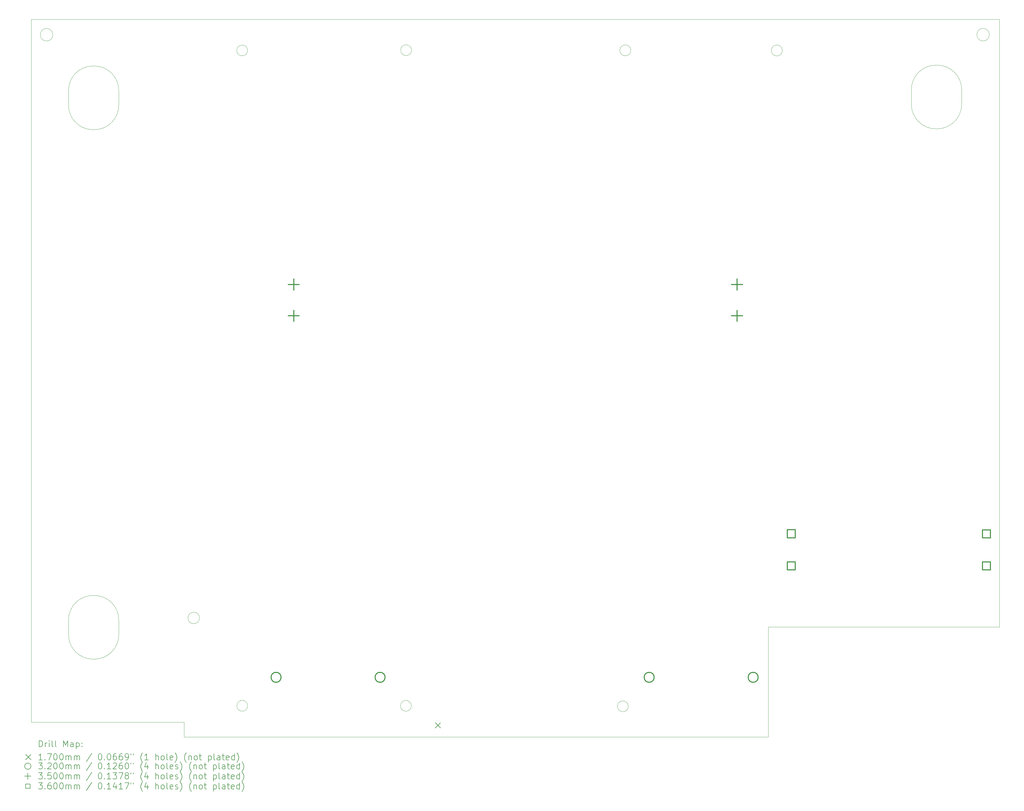
<source format=gbr>
%TF.GenerationSoftware,KiCad,Pcbnew,8.0.5*%
%TF.CreationDate,2025-05-06T19:50:56+10:00*%
%TF.ProjectId,NeoGeoAES3_5,4e656f47-656f-4414-9553-335f352e6b69,BF1.4*%
%TF.SameCoordinates,Original*%
%TF.FileFunction,Drillmap*%
%TF.FilePolarity,Positive*%
%FSLAX45Y45*%
G04 Gerber Fmt 4.5, Leading zero omitted, Abs format (unit mm)*
G04 Created by KiCad (PCBNEW 8.0.5) date 2025-05-06 19:50:56*
%MOMM*%
%LPD*%
G01*
G04 APERTURE LIST*
%ADD10C,0.100000*%
%ADD11C,0.200000*%
%ADD12C,0.170000*%
%ADD13C,0.320000*%
%ADD14C,0.350000*%
%ADD15C,0.360000*%
G04 APERTURE END LIST*
D10*
X15804179Y-4391660D02*
G75*
G02*
X15458141Y-4391660I-173019J0D01*
G01*
X15458141Y-4391660D02*
G75*
G02*
X15804179Y-4391660I173019J0D01*
G01*
X34304000Y-3895000D02*
G75*
G02*
X33904000Y-3895000I-200000J0D01*
G01*
X33904000Y-3895000D02*
G75*
G02*
X34304000Y-3895000I200000J0D01*
G01*
X10556240Y-4399280D02*
G75*
G02*
X10210203Y-4399280I-173019J0D01*
G01*
X10210203Y-4399280D02*
G75*
G02*
X10556240Y-4399280I173019J0D01*
G01*
X6433460Y-6152120D02*
X6433460Y-5682120D01*
X27226000Y-26381000D02*
X8526000Y-26381000D01*
X27226000Y-22859000D02*
X27226000Y-26381000D01*
X5608460Y-6937120D02*
G75*
G02*
X4823460Y-6152120I0J785000D01*
G01*
X33417000Y-6125000D02*
G75*
G02*
X32632000Y-6910000I-785000J0D01*
G01*
X4320000Y-3897500D02*
G75*
G02*
X3920000Y-3897500I-200000J0D01*
G01*
X3920000Y-3897500D02*
G75*
G02*
X4320000Y-3897500I200000J0D01*
G01*
X5648460Y-21850160D02*
X5608460Y-21850160D01*
X5648460Y-4897120D02*
G75*
G02*
X6433460Y-5682120I0J-785000D01*
G01*
X22746019Y-25399000D02*
G75*
G02*
X22399981Y-25399000I-173019J0D01*
G01*
X22399981Y-25399000D02*
G75*
G02*
X22746019Y-25399000I173019J0D01*
G01*
X4823460Y-22635160D02*
G75*
G02*
X5608460Y-21850160I785000J0D01*
G01*
X9018000Y-22571000D02*
G75*
G02*
X8648000Y-22571000I-185000J0D01*
G01*
X8648000Y-22571000D02*
G75*
G02*
X9018000Y-22571000I185000J0D01*
G01*
X5608460Y-23890160D02*
X5648460Y-23890160D01*
X6433460Y-23105160D02*
X6433460Y-22635160D01*
X33417000Y-6125000D02*
X33417000Y-5655000D01*
X32592000Y-6910000D02*
X32632000Y-6910000D01*
X5648460Y-4897120D02*
X5608460Y-4897120D01*
X3626000Y-3404000D02*
X34626000Y-3404000D01*
X8526000Y-25907000D02*
X3626000Y-25907000D01*
X6433460Y-23105160D02*
G75*
G02*
X5648460Y-23890160I-785000J0D01*
G01*
X4823460Y-22635160D02*
X4823460Y-23105160D01*
X3626000Y-25907000D02*
X3626000Y-3404000D01*
X32632000Y-4870000D02*
G75*
G02*
X33417000Y-5655000I0J-785000D01*
G01*
X6433460Y-6152120D02*
G75*
G02*
X5648460Y-6937120I-785000J0D01*
G01*
X34626000Y-3404000D02*
X34626000Y-22859000D01*
X15798875Y-25384760D02*
G75*
G02*
X15453285Y-25384760I-172795J0D01*
G01*
X15453285Y-25384760D02*
G75*
G02*
X15798875Y-25384760I172795J0D01*
G01*
X10558780Y-25383307D02*
G75*
G02*
X10212743Y-25383307I-173019J0D01*
G01*
X10212743Y-25383307D02*
G75*
G02*
X10558780Y-25383307I173019J0D01*
G01*
X4823460Y-5682120D02*
X4823460Y-6152120D01*
X32632000Y-4870000D02*
X32592000Y-4870000D01*
X5608460Y-6937120D02*
X5648460Y-6937120D01*
X4823460Y-5682120D02*
G75*
G02*
X5608460Y-4897120I785000J0D01*
G01*
X32592000Y-6910000D02*
G75*
G02*
X31807000Y-6125000I0J785000D01*
G01*
X8526000Y-26381000D02*
X8526000Y-25907000D01*
X31807000Y-5655000D02*
X31807000Y-6125000D01*
X5608460Y-23890160D02*
G75*
G02*
X4823460Y-23105160I0J785000D01*
G01*
X5648460Y-21850160D02*
G75*
G02*
X6433460Y-22635160I0J-785000D01*
G01*
X22824440Y-4396740D02*
G75*
G02*
X22473920Y-4396740I-175260J0D01*
G01*
X22473920Y-4396740D02*
G75*
G02*
X22824440Y-4396740I175260J0D01*
G01*
X27675840Y-4401820D02*
G75*
G02*
X27325320Y-4401820I-175260J0D01*
G01*
X27325320Y-4401820D02*
G75*
G02*
X27675840Y-4401820I175260J0D01*
G01*
X31807000Y-5655000D02*
G75*
G02*
X32592000Y-4870000I785000J0D01*
G01*
X34626000Y-22859000D02*
X27226000Y-22859000D01*
D11*
D12*
X16565000Y-25926240D02*
X16735000Y-26096240D01*
X16735000Y-25926240D02*
X16565000Y-26096240D01*
D13*
X11628520Y-24471200D02*
G75*
G02*
X11308520Y-24471200I-160000J0D01*
G01*
X11308520Y-24471200D02*
G75*
G02*
X11628520Y-24471200I160000J0D01*
G01*
X14958520Y-24471200D02*
G75*
G02*
X14638520Y-24471200I-160000J0D01*
G01*
X14638520Y-24471200D02*
G75*
G02*
X14958520Y-24471200I160000J0D01*
G01*
X23573000Y-24471200D02*
G75*
G02*
X23253000Y-24471200I-160000J0D01*
G01*
X23253000Y-24471200D02*
G75*
G02*
X23573000Y-24471200I160000J0D01*
G01*
X26903000Y-24471200D02*
G75*
G02*
X26583000Y-24471200I-160000J0D01*
G01*
X26583000Y-24471200D02*
G75*
G02*
X26903000Y-24471200I160000J0D01*
G01*
D14*
X12034000Y-11719000D02*
X12034000Y-12069000D01*
X11859000Y-11894000D02*
X12209000Y-11894000D01*
X12034000Y-12722000D02*
X12034000Y-13072000D01*
X11859000Y-12897000D02*
X12209000Y-12897000D01*
X26227000Y-11719000D02*
X26227000Y-12069000D01*
X26052000Y-11894000D02*
X26402000Y-11894000D01*
X26227000Y-12722000D02*
X26227000Y-13072000D01*
X26052000Y-12897000D02*
X26402000Y-12897000D01*
D15*
X28087280Y-21028280D02*
X28087280Y-20773720D01*
X27832720Y-20773720D01*
X27832720Y-21028280D01*
X28087280Y-21028280D01*
X28088280Y-20002280D02*
X28088280Y-19747720D01*
X27833720Y-19747720D01*
X27833720Y-20002280D01*
X28088280Y-20002280D01*
X34340280Y-20003280D02*
X34340280Y-19748720D01*
X34085720Y-19748720D01*
X34085720Y-20003280D01*
X34340280Y-20003280D01*
X34340280Y-21030280D02*
X34340280Y-20775720D01*
X34085720Y-20775720D01*
X34085720Y-21030280D01*
X34340280Y-21030280D01*
D11*
X3881777Y-26697484D02*
X3881777Y-26497484D01*
X3881777Y-26497484D02*
X3929396Y-26497484D01*
X3929396Y-26497484D02*
X3957967Y-26507008D01*
X3957967Y-26507008D02*
X3977015Y-26526055D01*
X3977015Y-26526055D02*
X3986539Y-26545103D01*
X3986539Y-26545103D02*
X3996062Y-26583198D01*
X3996062Y-26583198D02*
X3996062Y-26611769D01*
X3996062Y-26611769D02*
X3986539Y-26649865D01*
X3986539Y-26649865D02*
X3977015Y-26668912D01*
X3977015Y-26668912D02*
X3957967Y-26687960D01*
X3957967Y-26687960D02*
X3929396Y-26697484D01*
X3929396Y-26697484D02*
X3881777Y-26697484D01*
X4081777Y-26697484D02*
X4081777Y-26564150D01*
X4081777Y-26602246D02*
X4091301Y-26583198D01*
X4091301Y-26583198D02*
X4100824Y-26573674D01*
X4100824Y-26573674D02*
X4119872Y-26564150D01*
X4119872Y-26564150D02*
X4138920Y-26564150D01*
X4205586Y-26697484D02*
X4205586Y-26564150D01*
X4205586Y-26497484D02*
X4196063Y-26507008D01*
X4196063Y-26507008D02*
X4205586Y-26516531D01*
X4205586Y-26516531D02*
X4215110Y-26507008D01*
X4215110Y-26507008D02*
X4205586Y-26497484D01*
X4205586Y-26497484D02*
X4205586Y-26516531D01*
X4329396Y-26697484D02*
X4310348Y-26687960D01*
X4310348Y-26687960D02*
X4300824Y-26668912D01*
X4300824Y-26668912D02*
X4300824Y-26497484D01*
X4434158Y-26697484D02*
X4415110Y-26687960D01*
X4415110Y-26687960D02*
X4405586Y-26668912D01*
X4405586Y-26668912D02*
X4405586Y-26497484D01*
X4662729Y-26697484D02*
X4662729Y-26497484D01*
X4662729Y-26497484D02*
X4729396Y-26640341D01*
X4729396Y-26640341D02*
X4796063Y-26497484D01*
X4796063Y-26497484D02*
X4796063Y-26697484D01*
X4977015Y-26697484D02*
X4977015Y-26592722D01*
X4977015Y-26592722D02*
X4967491Y-26573674D01*
X4967491Y-26573674D02*
X4948444Y-26564150D01*
X4948444Y-26564150D02*
X4910348Y-26564150D01*
X4910348Y-26564150D02*
X4891301Y-26573674D01*
X4977015Y-26687960D02*
X4957967Y-26697484D01*
X4957967Y-26697484D02*
X4910348Y-26697484D01*
X4910348Y-26697484D02*
X4891301Y-26687960D01*
X4891301Y-26687960D02*
X4881777Y-26668912D01*
X4881777Y-26668912D02*
X4881777Y-26649865D01*
X4881777Y-26649865D02*
X4891301Y-26630817D01*
X4891301Y-26630817D02*
X4910348Y-26621293D01*
X4910348Y-26621293D02*
X4957967Y-26621293D01*
X4957967Y-26621293D02*
X4977015Y-26611769D01*
X5072253Y-26564150D02*
X5072253Y-26764150D01*
X5072253Y-26573674D02*
X5091301Y-26564150D01*
X5091301Y-26564150D02*
X5129396Y-26564150D01*
X5129396Y-26564150D02*
X5148444Y-26573674D01*
X5148444Y-26573674D02*
X5157967Y-26583198D01*
X5157967Y-26583198D02*
X5167491Y-26602246D01*
X5167491Y-26602246D02*
X5167491Y-26659388D01*
X5167491Y-26659388D02*
X5157967Y-26678436D01*
X5157967Y-26678436D02*
X5148444Y-26687960D01*
X5148444Y-26687960D02*
X5129396Y-26697484D01*
X5129396Y-26697484D02*
X5091301Y-26697484D01*
X5091301Y-26697484D02*
X5072253Y-26687960D01*
X5253205Y-26678436D02*
X5262729Y-26687960D01*
X5262729Y-26687960D02*
X5253205Y-26697484D01*
X5253205Y-26697484D02*
X5243682Y-26687960D01*
X5243682Y-26687960D02*
X5253205Y-26678436D01*
X5253205Y-26678436D02*
X5253205Y-26697484D01*
X5253205Y-26573674D02*
X5262729Y-26583198D01*
X5262729Y-26583198D02*
X5253205Y-26592722D01*
X5253205Y-26592722D02*
X5243682Y-26583198D01*
X5243682Y-26583198D02*
X5253205Y-26573674D01*
X5253205Y-26573674D02*
X5253205Y-26592722D01*
D12*
X3451000Y-26941000D02*
X3621000Y-27111000D01*
X3621000Y-26941000D02*
X3451000Y-27111000D01*
D11*
X3986539Y-27117484D02*
X3872253Y-27117484D01*
X3929396Y-27117484D02*
X3929396Y-26917484D01*
X3929396Y-26917484D02*
X3910348Y-26946055D01*
X3910348Y-26946055D02*
X3891301Y-26965103D01*
X3891301Y-26965103D02*
X3872253Y-26974627D01*
X4072253Y-27098436D02*
X4081777Y-27107960D01*
X4081777Y-27107960D02*
X4072253Y-27117484D01*
X4072253Y-27117484D02*
X4062729Y-27107960D01*
X4062729Y-27107960D02*
X4072253Y-27098436D01*
X4072253Y-27098436D02*
X4072253Y-27117484D01*
X4148443Y-26917484D02*
X4281777Y-26917484D01*
X4281777Y-26917484D02*
X4196063Y-27117484D01*
X4396063Y-26917484D02*
X4415110Y-26917484D01*
X4415110Y-26917484D02*
X4434158Y-26927008D01*
X4434158Y-26927008D02*
X4443682Y-26936531D01*
X4443682Y-26936531D02*
X4453205Y-26955579D01*
X4453205Y-26955579D02*
X4462729Y-26993674D01*
X4462729Y-26993674D02*
X4462729Y-27041293D01*
X4462729Y-27041293D02*
X4453205Y-27079388D01*
X4453205Y-27079388D02*
X4443682Y-27098436D01*
X4443682Y-27098436D02*
X4434158Y-27107960D01*
X4434158Y-27107960D02*
X4415110Y-27117484D01*
X4415110Y-27117484D02*
X4396063Y-27117484D01*
X4396063Y-27117484D02*
X4377015Y-27107960D01*
X4377015Y-27107960D02*
X4367491Y-27098436D01*
X4367491Y-27098436D02*
X4357967Y-27079388D01*
X4357967Y-27079388D02*
X4348444Y-27041293D01*
X4348444Y-27041293D02*
X4348444Y-26993674D01*
X4348444Y-26993674D02*
X4357967Y-26955579D01*
X4357967Y-26955579D02*
X4367491Y-26936531D01*
X4367491Y-26936531D02*
X4377015Y-26927008D01*
X4377015Y-26927008D02*
X4396063Y-26917484D01*
X4586539Y-26917484D02*
X4605586Y-26917484D01*
X4605586Y-26917484D02*
X4624634Y-26927008D01*
X4624634Y-26927008D02*
X4634158Y-26936531D01*
X4634158Y-26936531D02*
X4643682Y-26955579D01*
X4643682Y-26955579D02*
X4653205Y-26993674D01*
X4653205Y-26993674D02*
X4653205Y-27041293D01*
X4653205Y-27041293D02*
X4643682Y-27079388D01*
X4643682Y-27079388D02*
X4634158Y-27098436D01*
X4634158Y-27098436D02*
X4624634Y-27107960D01*
X4624634Y-27107960D02*
X4605586Y-27117484D01*
X4605586Y-27117484D02*
X4586539Y-27117484D01*
X4586539Y-27117484D02*
X4567491Y-27107960D01*
X4567491Y-27107960D02*
X4557967Y-27098436D01*
X4557967Y-27098436D02*
X4548444Y-27079388D01*
X4548444Y-27079388D02*
X4538920Y-27041293D01*
X4538920Y-27041293D02*
X4538920Y-26993674D01*
X4538920Y-26993674D02*
X4548444Y-26955579D01*
X4548444Y-26955579D02*
X4557967Y-26936531D01*
X4557967Y-26936531D02*
X4567491Y-26927008D01*
X4567491Y-26927008D02*
X4586539Y-26917484D01*
X4738920Y-27117484D02*
X4738920Y-26984150D01*
X4738920Y-27003198D02*
X4748444Y-26993674D01*
X4748444Y-26993674D02*
X4767491Y-26984150D01*
X4767491Y-26984150D02*
X4796063Y-26984150D01*
X4796063Y-26984150D02*
X4815110Y-26993674D01*
X4815110Y-26993674D02*
X4824634Y-27012722D01*
X4824634Y-27012722D02*
X4824634Y-27117484D01*
X4824634Y-27012722D02*
X4834158Y-26993674D01*
X4834158Y-26993674D02*
X4853205Y-26984150D01*
X4853205Y-26984150D02*
X4881777Y-26984150D01*
X4881777Y-26984150D02*
X4900825Y-26993674D01*
X4900825Y-26993674D02*
X4910348Y-27012722D01*
X4910348Y-27012722D02*
X4910348Y-27117484D01*
X5005586Y-27117484D02*
X5005586Y-26984150D01*
X5005586Y-27003198D02*
X5015110Y-26993674D01*
X5015110Y-26993674D02*
X5034158Y-26984150D01*
X5034158Y-26984150D02*
X5062729Y-26984150D01*
X5062729Y-26984150D02*
X5081777Y-26993674D01*
X5081777Y-26993674D02*
X5091301Y-27012722D01*
X5091301Y-27012722D02*
X5091301Y-27117484D01*
X5091301Y-27012722D02*
X5100825Y-26993674D01*
X5100825Y-26993674D02*
X5119872Y-26984150D01*
X5119872Y-26984150D02*
X5148444Y-26984150D01*
X5148444Y-26984150D02*
X5167491Y-26993674D01*
X5167491Y-26993674D02*
X5177015Y-27012722D01*
X5177015Y-27012722D02*
X5177015Y-27117484D01*
X5567491Y-26907960D02*
X5396063Y-27165103D01*
X5824634Y-26917484D02*
X5843682Y-26917484D01*
X5843682Y-26917484D02*
X5862729Y-26927008D01*
X5862729Y-26927008D02*
X5872253Y-26936531D01*
X5872253Y-26936531D02*
X5881777Y-26955579D01*
X5881777Y-26955579D02*
X5891301Y-26993674D01*
X5891301Y-26993674D02*
X5891301Y-27041293D01*
X5891301Y-27041293D02*
X5881777Y-27079388D01*
X5881777Y-27079388D02*
X5872253Y-27098436D01*
X5872253Y-27098436D02*
X5862729Y-27107960D01*
X5862729Y-27107960D02*
X5843682Y-27117484D01*
X5843682Y-27117484D02*
X5824634Y-27117484D01*
X5824634Y-27117484D02*
X5805586Y-27107960D01*
X5805586Y-27107960D02*
X5796063Y-27098436D01*
X5796063Y-27098436D02*
X5786539Y-27079388D01*
X5786539Y-27079388D02*
X5777015Y-27041293D01*
X5777015Y-27041293D02*
X5777015Y-26993674D01*
X5777015Y-26993674D02*
X5786539Y-26955579D01*
X5786539Y-26955579D02*
X5796063Y-26936531D01*
X5796063Y-26936531D02*
X5805586Y-26927008D01*
X5805586Y-26927008D02*
X5824634Y-26917484D01*
X5977015Y-27098436D02*
X5986539Y-27107960D01*
X5986539Y-27107960D02*
X5977015Y-27117484D01*
X5977015Y-27117484D02*
X5967491Y-27107960D01*
X5967491Y-27107960D02*
X5977015Y-27098436D01*
X5977015Y-27098436D02*
X5977015Y-27117484D01*
X6110348Y-26917484D02*
X6129396Y-26917484D01*
X6129396Y-26917484D02*
X6148444Y-26927008D01*
X6148444Y-26927008D02*
X6157967Y-26936531D01*
X6157967Y-26936531D02*
X6167491Y-26955579D01*
X6167491Y-26955579D02*
X6177015Y-26993674D01*
X6177015Y-26993674D02*
X6177015Y-27041293D01*
X6177015Y-27041293D02*
X6167491Y-27079388D01*
X6167491Y-27079388D02*
X6157967Y-27098436D01*
X6157967Y-27098436D02*
X6148444Y-27107960D01*
X6148444Y-27107960D02*
X6129396Y-27117484D01*
X6129396Y-27117484D02*
X6110348Y-27117484D01*
X6110348Y-27117484D02*
X6091301Y-27107960D01*
X6091301Y-27107960D02*
X6081777Y-27098436D01*
X6081777Y-27098436D02*
X6072253Y-27079388D01*
X6072253Y-27079388D02*
X6062729Y-27041293D01*
X6062729Y-27041293D02*
X6062729Y-26993674D01*
X6062729Y-26993674D02*
X6072253Y-26955579D01*
X6072253Y-26955579D02*
X6081777Y-26936531D01*
X6081777Y-26936531D02*
X6091301Y-26927008D01*
X6091301Y-26927008D02*
X6110348Y-26917484D01*
X6348444Y-26917484D02*
X6310348Y-26917484D01*
X6310348Y-26917484D02*
X6291301Y-26927008D01*
X6291301Y-26927008D02*
X6281777Y-26936531D01*
X6281777Y-26936531D02*
X6262729Y-26965103D01*
X6262729Y-26965103D02*
X6253206Y-27003198D01*
X6253206Y-27003198D02*
X6253206Y-27079388D01*
X6253206Y-27079388D02*
X6262729Y-27098436D01*
X6262729Y-27098436D02*
X6272253Y-27107960D01*
X6272253Y-27107960D02*
X6291301Y-27117484D01*
X6291301Y-27117484D02*
X6329396Y-27117484D01*
X6329396Y-27117484D02*
X6348444Y-27107960D01*
X6348444Y-27107960D02*
X6357967Y-27098436D01*
X6357967Y-27098436D02*
X6367491Y-27079388D01*
X6367491Y-27079388D02*
X6367491Y-27031769D01*
X6367491Y-27031769D02*
X6357967Y-27012722D01*
X6357967Y-27012722D02*
X6348444Y-27003198D01*
X6348444Y-27003198D02*
X6329396Y-26993674D01*
X6329396Y-26993674D02*
X6291301Y-26993674D01*
X6291301Y-26993674D02*
X6272253Y-27003198D01*
X6272253Y-27003198D02*
X6262729Y-27012722D01*
X6262729Y-27012722D02*
X6253206Y-27031769D01*
X6538920Y-26917484D02*
X6500825Y-26917484D01*
X6500825Y-26917484D02*
X6481777Y-26927008D01*
X6481777Y-26927008D02*
X6472253Y-26936531D01*
X6472253Y-26936531D02*
X6453206Y-26965103D01*
X6453206Y-26965103D02*
X6443682Y-27003198D01*
X6443682Y-27003198D02*
X6443682Y-27079388D01*
X6443682Y-27079388D02*
X6453206Y-27098436D01*
X6453206Y-27098436D02*
X6462729Y-27107960D01*
X6462729Y-27107960D02*
X6481777Y-27117484D01*
X6481777Y-27117484D02*
X6519872Y-27117484D01*
X6519872Y-27117484D02*
X6538920Y-27107960D01*
X6538920Y-27107960D02*
X6548444Y-27098436D01*
X6548444Y-27098436D02*
X6557967Y-27079388D01*
X6557967Y-27079388D02*
X6557967Y-27031769D01*
X6557967Y-27031769D02*
X6548444Y-27012722D01*
X6548444Y-27012722D02*
X6538920Y-27003198D01*
X6538920Y-27003198D02*
X6519872Y-26993674D01*
X6519872Y-26993674D02*
X6481777Y-26993674D01*
X6481777Y-26993674D02*
X6462729Y-27003198D01*
X6462729Y-27003198D02*
X6453206Y-27012722D01*
X6453206Y-27012722D02*
X6443682Y-27031769D01*
X6653206Y-27117484D02*
X6691301Y-27117484D01*
X6691301Y-27117484D02*
X6710348Y-27107960D01*
X6710348Y-27107960D02*
X6719872Y-27098436D01*
X6719872Y-27098436D02*
X6738920Y-27069865D01*
X6738920Y-27069865D02*
X6748444Y-27031769D01*
X6748444Y-27031769D02*
X6748444Y-26955579D01*
X6748444Y-26955579D02*
X6738920Y-26936531D01*
X6738920Y-26936531D02*
X6729396Y-26927008D01*
X6729396Y-26927008D02*
X6710348Y-26917484D01*
X6710348Y-26917484D02*
X6672253Y-26917484D01*
X6672253Y-26917484D02*
X6653206Y-26927008D01*
X6653206Y-26927008D02*
X6643682Y-26936531D01*
X6643682Y-26936531D02*
X6634158Y-26955579D01*
X6634158Y-26955579D02*
X6634158Y-27003198D01*
X6634158Y-27003198D02*
X6643682Y-27022246D01*
X6643682Y-27022246D02*
X6653206Y-27031769D01*
X6653206Y-27031769D02*
X6672253Y-27041293D01*
X6672253Y-27041293D02*
X6710348Y-27041293D01*
X6710348Y-27041293D02*
X6729396Y-27031769D01*
X6729396Y-27031769D02*
X6738920Y-27022246D01*
X6738920Y-27022246D02*
X6748444Y-27003198D01*
X6824634Y-26917484D02*
X6824634Y-26955579D01*
X6900825Y-26917484D02*
X6900825Y-26955579D01*
X7196063Y-27193674D02*
X7186539Y-27184150D01*
X7186539Y-27184150D02*
X7167491Y-27155579D01*
X7167491Y-27155579D02*
X7157968Y-27136531D01*
X7157968Y-27136531D02*
X7148444Y-27107960D01*
X7148444Y-27107960D02*
X7138920Y-27060341D01*
X7138920Y-27060341D02*
X7138920Y-27022246D01*
X7138920Y-27022246D02*
X7148444Y-26974627D01*
X7148444Y-26974627D02*
X7157968Y-26946055D01*
X7157968Y-26946055D02*
X7167491Y-26927008D01*
X7167491Y-26927008D02*
X7186539Y-26898436D01*
X7186539Y-26898436D02*
X7196063Y-26888912D01*
X7377015Y-27117484D02*
X7262729Y-27117484D01*
X7319872Y-27117484D02*
X7319872Y-26917484D01*
X7319872Y-26917484D02*
X7300825Y-26946055D01*
X7300825Y-26946055D02*
X7281777Y-26965103D01*
X7281777Y-26965103D02*
X7262729Y-26974627D01*
X7615110Y-27117484D02*
X7615110Y-26917484D01*
X7700825Y-27117484D02*
X7700825Y-27012722D01*
X7700825Y-27012722D02*
X7691301Y-26993674D01*
X7691301Y-26993674D02*
X7672253Y-26984150D01*
X7672253Y-26984150D02*
X7643682Y-26984150D01*
X7643682Y-26984150D02*
X7624634Y-26993674D01*
X7624634Y-26993674D02*
X7615110Y-27003198D01*
X7824634Y-27117484D02*
X7805587Y-27107960D01*
X7805587Y-27107960D02*
X7796063Y-27098436D01*
X7796063Y-27098436D02*
X7786539Y-27079388D01*
X7786539Y-27079388D02*
X7786539Y-27022246D01*
X7786539Y-27022246D02*
X7796063Y-27003198D01*
X7796063Y-27003198D02*
X7805587Y-26993674D01*
X7805587Y-26993674D02*
X7824634Y-26984150D01*
X7824634Y-26984150D02*
X7853206Y-26984150D01*
X7853206Y-26984150D02*
X7872253Y-26993674D01*
X7872253Y-26993674D02*
X7881777Y-27003198D01*
X7881777Y-27003198D02*
X7891301Y-27022246D01*
X7891301Y-27022246D02*
X7891301Y-27079388D01*
X7891301Y-27079388D02*
X7881777Y-27098436D01*
X7881777Y-27098436D02*
X7872253Y-27107960D01*
X7872253Y-27107960D02*
X7853206Y-27117484D01*
X7853206Y-27117484D02*
X7824634Y-27117484D01*
X8005587Y-27117484D02*
X7986539Y-27107960D01*
X7986539Y-27107960D02*
X7977015Y-27088912D01*
X7977015Y-27088912D02*
X7977015Y-26917484D01*
X8157968Y-27107960D02*
X8138920Y-27117484D01*
X8138920Y-27117484D02*
X8100825Y-27117484D01*
X8100825Y-27117484D02*
X8081777Y-27107960D01*
X8081777Y-27107960D02*
X8072253Y-27088912D01*
X8072253Y-27088912D02*
X8072253Y-27012722D01*
X8072253Y-27012722D02*
X8081777Y-26993674D01*
X8081777Y-26993674D02*
X8100825Y-26984150D01*
X8100825Y-26984150D02*
X8138920Y-26984150D01*
X8138920Y-26984150D02*
X8157968Y-26993674D01*
X8157968Y-26993674D02*
X8167491Y-27012722D01*
X8167491Y-27012722D02*
X8167491Y-27031769D01*
X8167491Y-27031769D02*
X8072253Y-27050817D01*
X8234158Y-27193674D02*
X8243682Y-27184150D01*
X8243682Y-27184150D02*
X8262730Y-27155579D01*
X8262730Y-27155579D02*
X8272253Y-27136531D01*
X8272253Y-27136531D02*
X8281777Y-27107960D01*
X8281777Y-27107960D02*
X8291301Y-27060341D01*
X8291301Y-27060341D02*
X8291301Y-27022246D01*
X8291301Y-27022246D02*
X8281777Y-26974627D01*
X8281777Y-26974627D02*
X8272253Y-26946055D01*
X8272253Y-26946055D02*
X8262730Y-26927008D01*
X8262730Y-26927008D02*
X8243682Y-26898436D01*
X8243682Y-26898436D02*
X8234158Y-26888912D01*
X8596063Y-27193674D02*
X8586539Y-27184150D01*
X8586539Y-27184150D02*
X8567492Y-27155579D01*
X8567492Y-27155579D02*
X8557968Y-27136531D01*
X8557968Y-27136531D02*
X8548444Y-27107960D01*
X8548444Y-27107960D02*
X8538920Y-27060341D01*
X8538920Y-27060341D02*
X8538920Y-27022246D01*
X8538920Y-27022246D02*
X8548444Y-26974627D01*
X8548444Y-26974627D02*
X8557968Y-26946055D01*
X8557968Y-26946055D02*
X8567492Y-26927008D01*
X8567492Y-26927008D02*
X8586539Y-26898436D01*
X8586539Y-26898436D02*
X8596063Y-26888912D01*
X8672253Y-26984150D02*
X8672253Y-27117484D01*
X8672253Y-27003198D02*
X8681777Y-26993674D01*
X8681777Y-26993674D02*
X8700825Y-26984150D01*
X8700825Y-26984150D02*
X8729396Y-26984150D01*
X8729396Y-26984150D02*
X8748444Y-26993674D01*
X8748444Y-26993674D02*
X8757968Y-27012722D01*
X8757968Y-27012722D02*
X8757968Y-27117484D01*
X8881777Y-27117484D02*
X8862730Y-27107960D01*
X8862730Y-27107960D02*
X8853206Y-27098436D01*
X8853206Y-27098436D02*
X8843682Y-27079388D01*
X8843682Y-27079388D02*
X8843682Y-27022246D01*
X8843682Y-27022246D02*
X8853206Y-27003198D01*
X8853206Y-27003198D02*
X8862730Y-26993674D01*
X8862730Y-26993674D02*
X8881777Y-26984150D01*
X8881777Y-26984150D02*
X8910349Y-26984150D01*
X8910349Y-26984150D02*
X8929396Y-26993674D01*
X8929396Y-26993674D02*
X8938920Y-27003198D01*
X8938920Y-27003198D02*
X8948444Y-27022246D01*
X8948444Y-27022246D02*
X8948444Y-27079388D01*
X8948444Y-27079388D02*
X8938920Y-27098436D01*
X8938920Y-27098436D02*
X8929396Y-27107960D01*
X8929396Y-27107960D02*
X8910349Y-27117484D01*
X8910349Y-27117484D02*
X8881777Y-27117484D01*
X9005587Y-26984150D02*
X9081777Y-26984150D01*
X9034158Y-26917484D02*
X9034158Y-27088912D01*
X9034158Y-27088912D02*
X9043682Y-27107960D01*
X9043682Y-27107960D02*
X9062730Y-27117484D01*
X9062730Y-27117484D02*
X9081777Y-27117484D01*
X9300825Y-26984150D02*
X9300825Y-27184150D01*
X9300825Y-26993674D02*
X9319873Y-26984150D01*
X9319873Y-26984150D02*
X9357968Y-26984150D01*
X9357968Y-26984150D02*
X9377015Y-26993674D01*
X9377015Y-26993674D02*
X9386539Y-27003198D01*
X9386539Y-27003198D02*
X9396063Y-27022246D01*
X9396063Y-27022246D02*
X9396063Y-27079388D01*
X9396063Y-27079388D02*
X9386539Y-27098436D01*
X9386539Y-27098436D02*
X9377015Y-27107960D01*
X9377015Y-27107960D02*
X9357968Y-27117484D01*
X9357968Y-27117484D02*
X9319873Y-27117484D01*
X9319873Y-27117484D02*
X9300825Y-27107960D01*
X9510349Y-27117484D02*
X9491301Y-27107960D01*
X9491301Y-27107960D02*
X9481777Y-27088912D01*
X9481777Y-27088912D02*
X9481777Y-26917484D01*
X9672254Y-27117484D02*
X9672254Y-27012722D01*
X9672254Y-27012722D02*
X9662730Y-26993674D01*
X9662730Y-26993674D02*
X9643682Y-26984150D01*
X9643682Y-26984150D02*
X9605587Y-26984150D01*
X9605587Y-26984150D02*
X9586539Y-26993674D01*
X9672254Y-27107960D02*
X9653206Y-27117484D01*
X9653206Y-27117484D02*
X9605587Y-27117484D01*
X9605587Y-27117484D02*
X9586539Y-27107960D01*
X9586539Y-27107960D02*
X9577015Y-27088912D01*
X9577015Y-27088912D02*
X9577015Y-27069865D01*
X9577015Y-27069865D02*
X9586539Y-27050817D01*
X9586539Y-27050817D02*
X9605587Y-27041293D01*
X9605587Y-27041293D02*
X9653206Y-27041293D01*
X9653206Y-27041293D02*
X9672254Y-27031769D01*
X9738920Y-26984150D02*
X9815111Y-26984150D01*
X9767492Y-26917484D02*
X9767492Y-27088912D01*
X9767492Y-27088912D02*
X9777015Y-27107960D01*
X9777015Y-27107960D02*
X9796063Y-27117484D01*
X9796063Y-27117484D02*
X9815111Y-27117484D01*
X9957968Y-27107960D02*
X9938920Y-27117484D01*
X9938920Y-27117484D02*
X9900825Y-27117484D01*
X9900825Y-27117484D02*
X9881777Y-27107960D01*
X9881777Y-27107960D02*
X9872254Y-27088912D01*
X9872254Y-27088912D02*
X9872254Y-27012722D01*
X9872254Y-27012722D02*
X9881777Y-26993674D01*
X9881777Y-26993674D02*
X9900825Y-26984150D01*
X9900825Y-26984150D02*
X9938920Y-26984150D01*
X9938920Y-26984150D02*
X9957968Y-26993674D01*
X9957968Y-26993674D02*
X9967492Y-27012722D01*
X9967492Y-27012722D02*
X9967492Y-27031769D01*
X9967492Y-27031769D02*
X9872254Y-27050817D01*
X10138920Y-27117484D02*
X10138920Y-26917484D01*
X10138920Y-27107960D02*
X10119873Y-27117484D01*
X10119873Y-27117484D02*
X10081777Y-27117484D01*
X10081777Y-27117484D02*
X10062730Y-27107960D01*
X10062730Y-27107960D02*
X10053206Y-27098436D01*
X10053206Y-27098436D02*
X10043682Y-27079388D01*
X10043682Y-27079388D02*
X10043682Y-27022246D01*
X10043682Y-27022246D02*
X10053206Y-27003198D01*
X10053206Y-27003198D02*
X10062730Y-26993674D01*
X10062730Y-26993674D02*
X10081777Y-26984150D01*
X10081777Y-26984150D02*
X10119873Y-26984150D01*
X10119873Y-26984150D02*
X10138920Y-26993674D01*
X10215111Y-27193674D02*
X10224635Y-27184150D01*
X10224635Y-27184150D02*
X10243682Y-27155579D01*
X10243682Y-27155579D02*
X10253206Y-27136531D01*
X10253206Y-27136531D02*
X10262730Y-27107960D01*
X10262730Y-27107960D02*
X10272254Y-27060341D01*
X10272254Y-27060341D02*
X10272254Y-27022246D01*
X10272254Y-27022246D02*
X10262730Y-26974627D01*
X10262730Y-26974627D02*
X10253206Y-26946055D01*
X10253206Y-26946055D02*
X10243682Y-26927008D01*
X10243682Y-26927008D02*
X10224635Y-26898436D01*
X10224635Y-26898436D02*
X10215111Y-26888912D01*
X3621000Y-27316000D02*
G75*
G02*
X3421000Y-27316000I-100000J0D01*
G01*
X3421000Y-27316000D02*
G75*
G02*
X3621000Y-27316000I100000J0D01*
G01*
X3862729Y-27207484D02*
X3986539Y-27207484D01*
X3986539Y-27207484D02*
X3919872Y-27283674D01*
X3919872Y-27283674D02*
X3948443Y-27283674D01*
X3948443Y-27283674D02*
X3967491Y-27293198D01*
X3967491Y-27293198D02*
X3977015Y-27302722D01*
X3977015Y-27302722D02*
X3986539Y-27321769D01*
X3986539Y-27321769D02*
X3986539Y-27369388D01*
X3986539Y-27369388D02*
X3977015Y-27388436D01*
X3977015Y-27388436D02*
X3967491Y-27397960D01*
X3967491Y-27397960D02*
X3948443Y-27407484D01*
X3948443Y-27407484D02*
X3891301Y-27407484D01*
X3891301Y-27407484D02*
X3872253Y-27397960D01*
X3872253Y-27397960D02*
X3862729Y-27388436D01*
X4072253Y-27388436D02*
X4081777Y-27397960D01*
X4081777Y-27397960D02*
X4072253Y-27407484D01*
X4072253Y-27407484D02*
X4062729Y-27397960D01*
X4062729Y-27397960D02*
X4072253Y-27388436D01*
X4072253Y-27388436D02*
X4072253Y-27407484D01*
X4157967Y-27226531D02*
X4167491Y-27217008D01*
X4167491Y-27217008D02*
X4186539Y-27207484D01*
X4186539Y-27207484D02*
X4234158Y-27207484D01*
X4234158Y-27207484D02*
X4253205Y-27217008D01*
X4253205Y-27217008D02*
X4262729Y-27226531D01*
X4262729Y-27226531D02*
X4272253Y-27245579D01*
X4272253Y-27245579D02*
X4272253Y-27264627D01*
X4272253Y-27264627D02*
X4262729Y-27293198D01*
X4262729Y-27293198D02*
X4148443Y-27407484D01*
X4148443Y-27407484D02*
X4272253Y-27407484D01*
X4396063Y-27207484D02*
X4415110Y-27207484D01*
X4415110Y-27207484D02*
X4434158Y-27217008D01*
X4434158Y-27217008D02*
X4443682Y-27226531D01*
X4443682Y-27226531D02*
X4453205Y-27245579D01*
X4453205Y-27245579D02*
X4462729Y-27283674D01*
X4462729Y-27283674D02*
X4462729Y-27331293D01*
X4462729Y-27331293D02*
X4453205Y-27369388D01*
X4453205Y-27369388D02*
X4443682Y-27388436D01*
X4443682Y-27388436D02*
X4434158Y-27397960D01*
X4434158Y-27397960D02*
X4415110Y-27407484D01*
X4415110Y-27407484D02*
X4396063Y-27407484D01*
X4396063Y-27407484D02*
X4377015Y-27397960D01*
X4377015Y-27397960D02*
X4367491Y-27388436D01*
X4367491Y-27388436D02*
X4357967Y-27369388D01*
X4357967Y-27369388D02*
X4348444Y-27331293D01*
X4348444Y-27331293D02*
X4348444Y-27283674D01*
X4348444Y-27283674D02*
X4357967Y-27245579D01*
X4357967Y-27245579D02*
X4367491Y-27226531D01*
X4367491Y-27226531D02*
X4377015Y-27217008D01*
X4377015Y-27217008D02*
X4396063Y-27207484D01*
X4586539Y-27207484D02*
X4605586Y-27207484D01*
X4605586Y-27207484D02*
X4624634Y-27217008D01*
X4624634Y-27217008D02*
X4634158Y-27226531D01*
X4634158Y-27226531D02*
X4643682Y-27245579D01*
X4643682Y-27245579D02*
X4653205Y-27283674D01*
X4653205Y-27283674D02*
X4653205Y-27331293D01*
X4653205Y-27331293D02*
X4643682Y-27369388D01*
X4643682Y-27369388D02*
X4634158Y-27388436D01*
X4634158Y-27388436D02*
X4624634Y-27397960D01*
X4624634Y-27397960D02*
X4605586Y-27407484D01*
X4605586Y-27407484D02*
X4586539Y-27407484D01*
X4586539Y-27407484D02*
X4567491Y-27397960D01*
X4567491Y-27397960D02*
X4557967Y-27388436D01*
X4557967Y-27388436D02*
X4548444Y-27369388D01*
X4548444Y-27369388D02*
X4538920Y-27331293D01*
X4538920Y-27331293D02*
X4538920Y-27283674D01*
X4538920Y-27283674D02*
X4548444Y-27245579D01*
X4548444Y-27245579D02*
X4557967Y-27226531D01*
X4557967Y-27226531D02*
X4567491Y-27217008D01*
X4567491Y-27217008D02*
X4586539Y-27207484D01*
X4738920Y-27407484D02*
X4738920Y-27274150D01*
X4738920Y-27293198D02*
X4748444Y-27283674D01*
X4748444Y-27283674D02*
X4767491Y-27274150D01*
X4767491Y-27274150D02*
X4796063Y-27274150D01*
X4796063Y-27274150D02*
X4815110Y-27283674D01*
X4815110Y-27283674D02*
X4824634Y-27302722D01*
X4824634Y-27302722D02*
X4824634Y-27407484D01*
X4824634Y-27302722D02*
X4834158Y-27283674D01*
X4834158Y-27283674D02*
X4853205Y-27274150D01*
X4853205Y-27274150D02*
X4881777Y-27274150D01*
X4881777Y-27274150D02*
X4900825Y-27283674D01*
X4900825Y-27283674D02*
X4910348Y-27302722D01*
X4910348Y-27302722D02*
X4910348Y-27407484D01*
X5005586Y-27407484D02*
X5005586Y-27274150D01*
X5005586Y-27293198D02*
X5015110Y-27283674D01*
X5015110Y-27283674D02*
X5034158Y-27274150D01*
X5034158Y-27274150D02*
X5062729Y-27274150D01*
X5062729Y-27274150D02*
X5081777Y-27283674D01*
X5081777Y-27283674D02*
X5091301Y-27302722D01*
X5091301Y-27302722D02*
X5091301Y-27407484D01*
X5091301Y-27302722D02*
X5100825Y-27283674D01*
X5100825Y-27283674D02*
X5119872Y-27274150D01*
X5119872Y-27274150D02*
X5148444Y-27274150D01*
X5148444Y-27274150D02*
X5167491Y-27283674D01*
X5167491Y-27283674D02*
X5177015Y-27302722D01*
X5177015Y-27302722D02*
X5177015Y-27407484D01*
X5567491Y-27197960D02*
X5396063Y-27455103D01*
X5824634Y-27207484D02*
X5843682Y-27207484D01*
X5843682Y-27207484D02*
X5862729Y-27217008D01*
X5862729Y-27217008D02*
X5872253Y-27226531D01*
X5872253Y-27226531D02*
X5881777Y-27245579D01*
X5881777Y-27245579D02*
X5891301Y-27283674D01*
X5891301Y-27283674D02*
X5891301Y-27331293D01*
X5891301Y-27331293D02*
X5881777Y-27369388D01*
X5881777Y-27369388D02*
X5872253Y-27388436D01*
X5872253Y-27388436D02*
X5862729Y-27397960D01*
X5862729Y-27397960D02*
X5843682Y-27407484D01*
X5843682Y-27407484D02*
X5824634Y-27407484D01*
X5824634Y-27407484D02*
X5805586Y-27397960D01*
X5805586Y-27397960D02*
X5796063Y-27388436D01*
X5796063Y-27388436D02*
X5786539Y-27369388D01*
X5786539Y-27369388D02*
X5777015Y-27331293D01*
X5777015Y-27331293D02*
X5777015Y-27283674D01*
X5777015Y-27283674D02*
X5786539Y-27245579D01*
X5786539Y-27245579D02*
X5796063Y-27226531D01*
X5796063Y-27226531D02*
X5805586Y-27217008D01*
X5805586Y-27217008D02*
X5824634Y-27207484D01*
X5977015Y-27388436D02*
X5986539Y-27397960D01*
X5986539Y-27397960D02*
X5977015Y-27407484D01*
X5977015Y-27407484D02*
X5967491Y-27397960D01*
X5967491Y-27397960D02*
X5977015Y-27388436D01*
X5977015Y-27388436D02*
X5977015Y-27407484D01*
X6177015Y-27407484D02*
X6062729Y-27407484D01*
X6119872Y-27407484D02*
X6119872Y-27207484D01*
X6119872Y-27207484D02*
X6100825Y-27236055D01*
X6100825Y-27236055D02*
X6081777Y-27255103D01*
X6081777Y-27255103D02*
X6062729Y-27264627D01*
X6253206Y-27226531D02*
X6262729Y-27217008D01*
X6262729Y-27217008D02*
X6281777Y-27207484D01*
X6281777Y-27207484D02*
X6329396Y-27207484D01*
X6329396Y-27207484D02*
X6348444Y-27217008D01*
X6348444Y-27217008D02*
X6357967Y-27226531D01*
X6357967Y-27226531D02*
X6367491Y-27245579D01*
X6367491Y-27245579D02*
X6367491Y-27264627D01*
X6367491Y-27264627D02*
X6357967Y-27293198D01*
X6357967Y-27293198D02*
X6243682Y-27407484D01*
X6243682Y-27407484D02*
X6367491Y-27407484D01*
X6538920Y-27207484D02*
X6500825Y-27207484D01*
X6500825Y-27207484D02*
X6481777Y-27217008D01*
X6481777Y-27217008D02*
X6472253Y-27226531D01*
X6472253Y-27226531D02*
X6453206Y-27255103D01*
X6453206Y-27255103D02*
X6443682Y-27293198D01*
X6443682Y-27293198D02*
X6443682Y-27369388D01*
X6443682Y-27369388D02*
X6453206Y-27388436D01*
X6453206Y-27388436D02*
X6462729Y-27397960D01*
X6462729Y-27397960D02*
X6481777Y-27407484D01*
X6481777Y-27407484D02*
X6519872Y-27407484D01*
X6519872Y-27407484D02*
X6538920Y-27397960D01*
X6538920Y-27397960D02*
X6548444Y-27388436D01*
X6548444Y-27388436D02*
X6557967Y-27369388D01*
X6557967Y-27369388D02*
X6557967Y-27321769D01*
X6557967Y-27321769D02*
X6548444Y-27302722D01*
X6548444Y-27302722D02*
X6538920Y-27293198D01*
X6538920Y-27293198D02*
X6519872Y-27283674D01*
X6519872Y-27283674D02*
X6481777Y-27283674D01*
X6481777Y-27283674D02*
X6462729Y-27293198D01*
X6462729Y-27293198D02*
X6453206Y-27302722D01*
X6453206Y-27302722D02*
X6443682Y-27321769D01*
X6681777Y-27207484D02*
X6700825Y-27207484D01*
X6700825Y-27207484D02*
X6719872Y-27217008D01*
X6719872Y-27217008D02*
X6729396Y-27226531D01*
X6729396Y-27226531D02*
X6738920Y-27245579D01*
X6738920Y-27245579D02*
X6748444Y-27283674D01*
X6748444Y-27283674D02*
X6748444Y-27331293D01*
X6748444Y-27331293D02*
X6738920Y-27369388D01*
X6738920Y-27369388D02*
X6729396Y-27388436D01*
X6729396Y-27388436D02*
X6719872Y-27397960D01*
X6719872Y-27397960D02*
X6700825Y-27407484D01*
X6700825Y-27407484D02*
X6681777Y-27407484D01*
X6681777Y-27407484D02*
X6662729Y-27397960D01*
X6662729Y-27397960D02*
X6653206Y-27388436D01*
X6653206Y-27388436D02*
X6643682Y-27369388D01*
X6643682Y-27369388D02*
X6634158Y-27331293D01*
X6634158Y-27331293D02*
X6634158Y-27283674D01*
X6634158Y-27283674D02*
X6643682Y-27245579D01*
X6643682Y-27245579D02*
X6653206Y-27226531D01*
X6653206Y-27226531D02*
X6662729Y-27217008D01*
X6662729Y-27217008D02*
X6681777Y-27207484D01*
X6824634Y-27207484D02*
X6824634Y-27245579D01*
X6900825Y-27207484D02*
X6900825Y-27245579D01*
X7196063Y-27483674D02*
X7186539Y-27474150D01*
X7186539Y-27474150D02*
X7167491Y-27445579D01*
X7167491Y-27445579D02*
X7157968Y-27426531D01*
X7157968Y-27426531D02*
X7148444Y-27397960D01*
X7148444Y-27397960D02*
X7138920Y-27350341D01*
X7138920Y-27350341D02*
X7138920Y-27312246D01*
X7138920Y-27312246D02*
X7148444Y-27264627D01*
X7148444Y-27264627D02*
X7157968Y-27236055D01*
X7157968Y-27236055D02*
X7167491Y-27217008D01*
X7167491Y-27217008D02*
X7186539Y-27188436D01*
X7186539Y-27188436D02*
X7196063Y-27178912D01*
X7357968Y-27274150D02*
X7357968Y-27407484D01*
X7310348Y-27197960D02*
X7262729Y-27340817D01*
X7262729Y-27340817D02*
X7386539Y-27340817D01*
X7615110Y-27407484D02*
X7615110Y-27207484D01*
X7700825Y-27407484D02*
X7700825Y-27302722D01*
X7700825Y-27302722D02*
X7691301Y-27283674D01*
X7691301Y-27283674D02*
X7672253Y-27274150D01*
X7672253Y-27274150D02*
X7643682Y-27274150D01*
X7643682Y-27274150D02*
X7624634Y-27283674D01*
X7624634Y-27283674D02*
X7615110Y-27293198D01*
X7824634Y-27407484D02*
X7805587Y-27397960D01*
X7805587Y-27397960D02*
X7796063Y-27388436D01*
X7796063Y-27388436D02*
X7786539Y-27369388D01*
X7786539Y-27369388D02*
X7786539Y-27312246D01*
X7786539Y-27312246D02*
X7796063Y-27293198D01*
X7796063Y-27293198D02*
X7805587Y-27283674D01*
X7805587Y-27283674D02*
X7824634Y-27274150D01*
X7824634Y-27274150D02*
X7853206Y-27274150D01*
X7853206Y-27274150D02*
X7872253Y-27283674D01*
X7872253Y-27283674D02*
X7881777Y-27293198D01*
X7881777Y-27293198D02*
X7891301Y-27312246D01*
X7891301Y-27312246D02*
X7891301Y-27369388D01*
X7891301Y-27369388D02*
X7881777Y-27388436D01*
X7881777Y-27388436D02*
X7872253Y-27397960D01*
X7872253Y-27397960D02*
X7853206Y-27407484D01*
X7853206Y-27407484D02*
X7824634Y-27407484D01*
X8005587Y-27407484D02*
X7986539Y-27397960D01*
X7986539Y-27397960D02*
X7977015Y-27378912D01*
X7977015Y-27378912D02*
X7977015Y-27207484D01*
X8157968Y-27397960D02*
X8138920Y-27407484D01*
X8138920Y-27407484D02*
X8100825Y-27407484D01*
X8100825Y-27407484D02*
X8081777Y-27397960D01*
X8081777Y-27397960D02*
X8072253Y-27378912D01*
X8072253Y-27378912D02*
X8072253Y-27302722D01*
X8072253Y-27302722D02*
X8081777Y-27283674D01*
X8081777Y-27283674D02*
X8100825Y-27274150D01*
X8100825Y-27274150D02*
X8138920Y-27274150D01*
X8138920Y-27274150D02*
X8157968Y-27283674D01*
X8157968Y-27283674D02*
X8167491Y-27302722D01*
X8167491Y-27302722D02*
X8167491Y-27321769D01*
X8167491Y-27321769D02*
X8072253Y-27340817D01*
X8243682Y-27397960D02*
X8262730Y-27407484D01*
X8262730Y-27407484D02*
X8300825Y-27407484D01*
X8300825Y-27407484D02*
X8319872Y-27397960D01*
X8319872Y-27397960D02*
X8329396Y-27378912D01*
X8329396Y-27378912D02*
X8329396Y-27369388D01*
X8329396Y-27369388D02*
X8319872Y-27350341D01*
X8319872Y-27350341D02*
X8300825Y-27340817D01*
X8300825Y-27340817D02*
X8272253Y-27340817D01*
X8272253Y-27340817D02*
X8253206Y-27331293D01*
X8253206Y-27331293D02*
X8243682Y-27312246D01*
X8243682Y-27312246D02*
X8243682Y-27302722D01*
X8243682Y-27302722D02*
X8253206Y-27283674D01*
X8253206Y-27283674D02*
X8272253Y-27274150D01*
X8272253Y-27274150D02*
X8300825Y-27274150D01*
X8300825Y-27274150D02*
X8319872Y-27283674D01*
X8396063Y-27483674D02*
X8405587Y-27474150D01*
X8405587Y-27474150D02*
X8424634Y-27445579D01*
X8424634Y-27445579D02*
X8434158Y-27426531D01*
X8434158Y-27426531D02*
X8443682Y-27397960D01*
X8443682Y-27397960D02*
X8453206Y-27350341D01*
X8453206Y-27350341D02*
X8453206Y-27312246D01*
X8453206Y-27312246D02*
X8443682Y-27264627D01*
X8443682Y-27264627D02*
X8434158Y-27236055D01*
X8434158Y-27236055D02*
X8424634Y-27217008D01*
X8424634Y-27217008D02*
X8405587Y-27188436D01*
X8405587Y-27188436D02*
X8396063Y-27178912D01*
X8757968Y-27483674D02*
X8748444Y-27474150D01*
X8748444Y-27474150D02*
X8729396Y-27445579D01*
X8729396Y-27445579D02*
X8719873Y-27426531D01*
X8719873Y-27426531D02*
X8710349Y-27397960D01*
X8710349Y-27397960D02*
X8700825Y-27350341D01*
X8700825Y-27350341D02*
X8700825Y-27312246D01*
X8700825Y-27312246D02*
X8710349Y-27264627D01*
X8710349Y-27264627D02*
X8719873Y-27236055D01*
X8719873Y-27236055D02*
X8729396Y-27217008D01*
X8729396Y-27217008D02*
X8748444Y-27188436D01*
X8748444Y-27188436D02*
X8757968Y-27178912D01*
X8834158Y-27274150D02*
X8834158Y-27407484D01*
X8834158Y-27293198D02*
X8843682Y-27283674D01*
X8843682Y-27283674D02*
X8862730Y-27274150D01*
X8862730Y-27274150D02*
X8891301Y-27274150D01*
X8891301Y-27274150D02*
X8910349Y-27283674D01*
X8910349Y-27283674D02*
X8919873Y-27302722D01*
X8919873Y-27302722D02*
X8919873Y-27407484D01*
X9043682Y-27407484D02*
X9024634Y-27397960D01*
X9024634Y-27397960D02*
X9015111Y-27388436D01*
X9015111Y-27388436D02*
X9005587Y-27369388D01*
X9005587Y-27369388D02*
X9005587Y-27312246D01*
X9005587Y-27312246D02*
X9015111Y-27293198D01*
X9015111Y-27293198D02*
X9024634Y-27283674D01*
X9024634Y-27283674D02*
X9043682Y-27274150D01*
X9043682Y-27274150D02*
X9072254Y-27274150D01*
X9072254Y-27274150D02*
X9091301Y-27283674D01*
X9091301Y-27283674D02*
X9100825Y-27293198D01*
X9100825Y-27293198D02*
X9110349Y-27312246D01*
X9110349Y-27312246D02*
X9110349Y-27369388D01*
X9110349Y-27369388D02*
X9100825Y-27388436D01*
X9100825Y-27388436D02*
X9091301Y-27397960D01*
X9091301Y-27397960D02*
X9072254Y-27407484D01*
X9072254Y-27407484D02*
X9043682Y-27407484D01*
X9167492Y-27274150D02*
X9243682Y-27274150D01*
X9196063Y-27207484D02*
X9196063Y-27378912D01*
X9196063Y-27378912D02*
X9205587Y-27397960D01*
X9205587Y-27397960D02*
X9224634Y-27407484D01*
X9224634Y-27407484D02*
X9243682Y-27407484D01*
X9462730Y-27274150D02*
X9462730Y-27474150D01*
X9462730Y-27283674D02*
X9481777Y-27274150D01*
X9481777Y-27274150D02*
X9519873Y-27274150D01*
X9519873Y-27274150D02*
X9538920Y-27283674D01*
X9538920Y-27283674D02*
X9548444Y-27293198D01*
X9548444Y-27293198D02*
X9557968Y-27312246D01*
X9557968Y-27312246D02*
X9557968Y-27369388D01*
X9557968Y-27369388D02*
X9548444Y-27388436D01*
X9548444Y-27388436D02*
X9538920Y-27397960D01*
X9538920Y-27397960D02*
X9519873Y-27407484D01*
X9519873Y-27407484D02*
X9481777Y-27407484D01*
X9481777Y-27407484D02*
X9462730Y-27397960D01*
X9672254Y-27407484D02*
X9653206Y-27397960D01*
X9653206Y-27397960D02*
X9643682Y-27378912D01*
X9643682Y-27378912D02*
X9643682Y-27207484D01*
X9834158Y-27407484D02*
X9834158Y-27302722D01*
X9834158Y-27302722D02*
X9824635Y-27283674D01*
X9824635Y-27283674D02*
X9805587Y-27274150D01*
X9805587Y-27274150D02*
X9767492Y-27274150D01*
X9767492Y-27274150D02*
X9748444Y-27283674D01*
X9834158Y-27397960D02*
X9815111Y-27407484D01*
X9815111Y-27407484D02*
X9767492Y-27407484D01*
X9767492Y-27407484D02*
X9748444Y-27397960D01*
X9748444Y-27397960D02*
X9738920Y-27378912D01*
X9738920Y-27378912D02*
X9738920Y-27359865D01*
X9738920Y-27359865D02*
X9748444Y-27340817D01*
X9748444Y-27340817D02*
X9767492Y-27331293D01*
X9767492Y-27331293D02*
X9815111Y-27331293D01*
X9815111Y-27331293D02*
X9834158Y-27321769D01*
X9900825Y-27274150D02*
X9977015Y-27274150D01*
X9929396Y-27207484D02*
X9929396Y-27378912D01*
X9929396Y-27378912D02*
X9938920Y-27397960D01*
X9938920Y-27397960D02*
X9957968Y-27407484D01*
X9957968Y-27407484D02*
X9977015Y-27407484D01*
X10119873Y-27397960D02*
X10100825Y-27407484D01*
X10100825Y-27407484D02*
X10062730Y-27407484D01*
X10062730Y-27407484D02*
X10043682Y-27397960D01*
X10043682Y-27397960D02*
X10034158Y-27378912D01*
X10034158Y-27378912D02*
X10034158Y-27302722D01*
X10034158Y-27302722D02*
X10043682Y-27283674D01*
X10043682Y-27283674D02*
X10062730Y-27274150D01*
X10062730Y-27274150D02*
X10100825Y-27274150D01*
X10100825Y-27274150D02*
X10119873Y-27283674D01*
X10119873Y-27283674D02*
X10129396Y-27302722D01*
X10129396Y-27302722D02*
X10129396Y-27321769D01*
X10129396Y-27321769D02*
X10034158Y-27340817D01*
X10300825Y-27407484D02*
X10300825Y-27207484D01*
X10300825Y-27397960D02*
X10281777Y-27407484D01*
X10281777Y-27407484D02*
X10243682Y-27407484D01*
X10243682Y-27407484D02*
X10224635Y-27397960D01*
X10224635Y-27397960D02*
X10215111Y-27388436D01*
X10215111Y-27388436D02*
X10205587Y-27369388D01*
X10205587Y-27369388D02*
X10205587Y-27312246D01*
X10205587Y-27312246D02*
X10215111Y-27293198D01*
X10215111Y-27293198D02*
X10224635Y-27283674D01*
X10224635Y-27283674D02*
X10243682Y-27274150D01*
X10243682Y-27274150D02*
X10281777Y-27274150D01*
X10281777Y-27274150D02*
X10300825Y-27283674D01*
X10377016Y-27483674D02*
X10386539Y-27474150D01*
X10386539Y-27474150D02*
X10405587Y-27445579D01*
X10405587Y-27445579D02*
X10415111Y-27426531D01*
X10415111Y-27426531D02*
X10424635Y-27397960D01*
X10424635Y-27397960D02*
X10434158Y-27350341D01*
X10434158Y-27350341D02*
X10434158Y-27312246D01*
X10434158Y-27312246D02*
X10424635Y-27264627D01*
X10424635Y-27264627D02*
X10415111Y-27236055D01*
X10415111Y-27236055D02*
X10405587Y-27217008D01*
X10405587Y-27217008D02*
X10386539Y-27188436D01*
X10386539Y-27188436D02*
X10377016Y-27178912D01*
X3521000Y-27536000D02*
X3521000Y-27736000D01*
X3421000Y-27636000D02*
X3621000Y-27636000D01*
X3862729Y-27527484D02*
X3986539Y-27527484D01*
X3986539Y-27527484D02*
X3919872Y-27603674D01*
X3919872Y-27603674D02*
X3948443Y-27603674D01*
X3948443Y-27603674D02*
X3967491Y-27613198D01*
X3967491Y-27613198D02*
X3977015Y-27622722D01*
X3977015Y-27622722D02*
X3986539Y-27641769D01*
X3986539Y-27641769D02*
X3986539Y-27689388D01*
X3986539Y-27689388D02*
X3977015Y-27708436D01*
X3977015Y-27708436D02*
X3967491Y-27717960D01*
X3967491Y-27717960D02*
X3948443Y-27727484D01*
X3948443Y-27727484D02*
X3891301Y-27727484D01*
X3891301Y-27727484D02*
X3872253Y-27717960D01*
X3872253Y-27717960D02*
X3862729Y-27708436D01*
X4072253Y-27708436D02*
X4081777Y-27717960D01*
X4081777Y-27717960D02*
X4072253Y-27727484D01*
X4072253Y-27727484D02*
X4062729Y-27717960D01*
X4062729Y-27717960D02*
X4072253Y-27708436D01*
X4072253Y-27708436D02*
X4072253Y-27727484D01*
X4262729Y-27527484D02*
X4167491Y-27527484D01*
X4167491Y-27527484D02*
X4157967Y-27622722D01*
X4157967Y-27622722D02*
X4167491Y-27613198D01*
X4167491Y-27613198D02*
X4186539Y-27603674D01*
X4186539Y-27603674D02*
X4234158Y-27603674D01*
X4234158Y-27603674D02*
X4253205Y-27613198D01*
X4253205Y-27613198D02*
X4262729Y-27622722D01*
X4262729Y-27622722D02*
X4272253Y-27641769D01*
X4272253Y-27641769D02*
X4272253Y-27689388D01*
X4272253Y-27689388D02*
X4262729Y-27708436D01*
X4262729Y-27708436D02*
X4253205Y-27717960D01*
X4253205Y-27717960D02*
X4234158Y-27727484D01*
X4234158Y-27727484D02*
X4186539Y-27727484D01*
X4186539Y-27727484D02*
X4167491Y-27717960D01*
X4167491Y-27717960D02*
X4157967Y-27708436D01*
X4396063Y-27527484D02*
X4415110Y-27527484D01*
X4415110Y-27527484D02*
X4434158Y-27537008D01*
X4434158Y-27537008D02*
X4443682Y-27546531D01*
X4443682Y-27546531D02*
X4453205Y-27565579D01*
X4453205Y-27565579D02*
X4462729Y-27603674D01*
X4462729Y-27603674D02*
X4462729Y-27651293D01*
X4462729Y-27651293D02*
X4453205Y-27689388D01*
X4453205Y-27689388D02*
X4443682Y-27708436D01*
X4443682Y-27708436D02*
X4434158Y-27717960D01*
X4434158Y-27717960D02*
X4415110Y-27727484D01*
X4415110Y-27727484D02*
X4396063Y-27727484D01*
X4396063Y-27727484D02*
X4377015Y-27717960D01*
X4377015Y-27717960D02*
X4367491Y-27708436D01*
X4367491Y-27708436D02*
X4357967Y-27689388D01*
X4357967Y-27689388D02*
X4348444Y-27651293D01*
X4348444Y-27651293D02*
X4348444Y-27603674D01*
X4348444Y-27603674D02*
X4357967Y-27565579D01*
X4357967Y-27565579D02*
X4367491Y-27546531D01*
X4367491Y-27546531D02*
X4377015Y-27537008D01*
X4377015Y-27537008D02*
X4396063Y-27527484D01*
X4586539Y-27527484D02*
X4605586Y-27527484D01*
X4605586Y-27527484D02*
X4624634Y-27537008D01*
X4624634Y-27537008D02*
X4634158Y-27546531D01*
X4634158Y-27546531D02*
X4643682Y-27565579D01*
X4643682Y-27565579D02*
X4653205Y-27603674D01*
X4653205Y-27603674D02*
X4653205Y-27651293D01*
X4653205Y-27651293D02*
X4643682Y-27689388D01*
X4643682Y-27689388D02*
X4634158Y-27708436D01*
X4634158Y-27708436D02*
X4624634Y-27717960D01*
X4624634Y-27717960D02*
X4605586Y-27727484D01*
X4605586Y-27727484D02*
X4586539Y-27727484D01*
X4586539Y-27727484D02*
X4567491Y-27717960D01*
X4567491Y-27717960D02*
X4557967Y-27708436D01*
X4557967Y-27708436D02*
X4548444Y-27689388D01*
X4548444Y-27689388D02*
X4538920Y-27651293D01*
X4538920Y-27651293D02*
X4538920Y-27603674D01*
X4538920Y-27603674D02*
X4548444Y-27565579D01*
X4548444Y-27565579D02*
X4557967Y-27546531D01*
X4557967Y-27546531D02*
X4567491Y-27537008D01*
X4567491Y-27537008D02*
X4586539Y-27527484D01*
X4738920Y-27727484D02*
X4738920Y-27594150D01*
X4738920Y-27613198D02*
X4748444Y-27603674D01*
X4748444Y-27603674D02*
X4767491Y-27594150D01*
X4767491Y-27594150D02*
X4796063Y-27594150D01*
X4796063Y-27594150D02*
X4815110Y-27603674D01*
X4815110Y-27603674D02*
X4824634Y-27622722D01*
X4824634Y-27622722D02*
X4824634Y-27727484D01*
X4824634Y-27622722D02*
X4834158Y-27603674D01*
X4834158Y-27603674D02*
X4853205Y-27594150D01*
X4853205Y-27594150D02*
X4881777Y-27594150D01*
X4881777Y-27594150D02*
X4900825Y-27603674D01*
X4900825Y-27603674D02*
X4910348Y-27622722D01*
X4910348Y-27622722D02*
X4910348Y-27727484D01*
X5005586Y-27727484D02*
X5005586Y-27594150D01*
X5005586Y-27613198D02*
X5015110Y-27603674D01*
X5015110Y-27603674D02*
X5034158Y-27594150D01*
X5034158Y-27594150D02*
X5062729Y-27594150D01*
X5062729Y-27594150D02*
X5081777Y-27603674D01*
X5081777Y-27603674D02*
X5091301Y-27622722D01*
X5091301Y-27622722D02*
X5091301Y-27727484D01*
X5091301Y-27622722D02*
X5100825Y-27603674D01*
X5100825Y-27603674D02*
X5119872Y-27594150D01*
X5119872Y-27594150D02*
X5148444Y-27594150D01*
X5148444Y-27594150D02*
X5167491Y-27603674D01*
X5167491Y-27603674D02*
X5177015Y-27622722D01*
X5177015Y-27622722D02*
X5177015Y-27727484D01*
X5567491Y-27517960D02*
X5396063Y-27775103D01*
X5824634Y-27527484D02*
X5843682Y-27527484D01*
X5843682Y-27527484D02*
X5862729Y-27537008D01*
X5862729Y-27537008D02*
X5872253Y-27546531D01*
X5872253Y-27546531D02*
X5881777Y-27565579D01*
X5881777Y-27565579D02*
X5891301Y-27603674D01*
X5891301Y-27603674D02*
X5891301Y-27651293D01*
X5891301Y-27651293D02*
X5881777Y-27689388D01*
X5881777Y-27689388D02*
X5872253Y-27708436D01*
X5872253Y-27708436D02*
X5862729Y-27717960D01*
X5862729Y-27717960D02*
X5843682Y-27727484D01*
X5843682Y-27727484D02*
X5824634Y-27727484D01*
X5824634Y-27727484D02*
X5805586Y-27717960D01*
X5805586Y-27717960D02*
X5796063Y-27708436D01*
X5796063Y-27708436D02*
X5786539Y-27689388D01*
X5786539Y-27689388D02*
X5777015Y-27651293D01*
X5777015Y-27651293D02*
X5777015Y-27603674D01*
X5777015Y-27603674D02*
X5786539Y-27565579D01*
X5786539Y-27565579D02*
X5796063Y-27546531D01*
X5796063Y-27546531D02*
X5805586Y-27537008D01*
X5805586Y-27537008D02*
X5824634Y-27527484D01*
X5977015Y-27708436D02*
X5986539Y-27717960D01*
X5986539Y-27717960D02*
X5977015Y-27727484D01*
X5977015Y-27727484D02*
X5967491Y-27717960D01*
X5967491Y-27717960D02*
X5977015Y-27708436D01*
X5977015Y-27708436D02*
X5977015Y-27727484D01*
X6177015Y-27727484D02*
X6062729Y-27727484D01*
X6119872Y-27727484D02*
X6119872Y-27527484D01*
X6119872Y-27527484D02*
X6100825Y-27556055D01*
X6100825Y-27556055D02*
X6081777Y-27575103D01*
X6081777Y-27575103D02*
X6062729Y-27584627D01*
X6243682Y-27527484D02*
X6367491Y-27527484D01*
X6367491Y-27527484D02*
X6300825Y-27603674D01*
X6300825Y-27603674D02*
X6329396Y-27603674D01*
X6329396Y-27603674D02*
X6348444Y-27613198D01*
X6348444Y-27613198D02*
X6357967Y-27622722D01*
X6357967Y-27622722D02*
X6367491Y-27641769D01*
X6367491Y-27641769D02*
X6367491Y-27689388D01*
X6367491Y-27689388D02*
X6357967Y-27708436D01*
X6357967Y-27708436D02*
X6348444Y-27717960D01*
X6348444Y-27717960D02*
X6329396Y-27727484D01*
X6329396Y-27727484D02*
X6272253Y-27727484D01*
X6272253Y-27727484D02*
X6253206Y-27717960D01*
X6253206Y-27717960D02*
X6243682Y-27708436D01*
X6434158Y-27527484D02*
X6567491Y-27527484D01*
X6567491Y-27527484D02*
X6481777Y-27727484D01*
X6672253Y-27613198D02*
X6653206Y-27603674D01*
X6653206Y-27603674D02*
X6643682Y-27594150D01*
X6643682Y-27594150D02*
X6634158Y-27575103D01*
X6634158Y-27575103D02*
X6634158Y-27565579D01*
X6634158Y-27565579D02*
X6643682Y-27546531D01*
X6643682Y-27546531D02*
X6653206Y-27537008D01*
X6653206Y-27537008D02*
X6672253Y-27527484D01*
X6672253Y-27527484D02*
X6710348Y-27527484D01*
X6710348Y-27527484D02*
X6729396Y-27537008D01*
X6729396Y-27537008D02*
X6738920Y-27546531D01*
X6738920Y-27546531D02*
X6748444Y-27565579D01*
X6748444Y-27565579D02*
X6748444Y-27575103D01*
X6748444Y-27575103D02*
X6738920Y-27594150D01*
X6738920Y-27594150D02*
X6729396Y-27603674D01*
X6729396Y-27603674D02*
X6710348Y-27613198D01*
X6710348Y-27613198D02*
X6672253Y-27613198D01*
X6672253Y-27613198D02*
X6653206Y-27622722D01*
X6653206Y-27622722D02*
X6643682Y-27632246D01*
X6643682Y-27632246D02*
X6634158Y-27651293D01*
X6634158Y-27651293D02*
X6634158Y-27689388D01*
X6634158Y-27689388D02*
X6643682Y-27708436D01*
X6643682Y-27708436D02*
X6653206Y-27717960D01*
X6653206Y-27717960D02*
X6672253Y-27727484D01*
X6672253Y-27727484D02*
X6710348Y-27727484D01*
X6710348Y-27727484D02*
X6729396Y-27717960D01*
X6729396Y-27717960D02*
X6738920Y-27708436D01*
X6738920Y-27708436D02*
X6748444Y-27689388D01*
X6748444Y-27689388D02*
X6748444Y-27651293D01*
X6748444Y-27651293D02*
X6738920Y-27632246D01*
X6738920Y-27632246D02*
X6729396Y-27622722D01*
X6729396Y-27622722D02*
X6710348Y-27613198D01*
X6824634Y-27527484D02*
X6824634Y-27565579D01*
X6900825Y-27527484D02*
X6900825Y-27565579D01*
X7196063Y-27803674D02*
X7186539Y-27794150D01*
X7186539Y-27794150D02*
X7167491Y-27765579D01*
X7167491Y-27765579D02*
X7157968Y-27746531D01*
X7157968Y-27746531D02*
X7148444Y-27717960D01*
X7148444Y-27717960D02*
X7138920Y-27670341D01*
X7138920Y-27670341D02*
X7138920Y-27632246D01*
X7138920Y-27632246D02*
X7148444Y-27584627D01*
X7148444Y-27584627D02*
X7157968Y-27556055D01*
X7157968Y-27556055D02*
X7167491Y-27537008D01*
X7167491Y-27537008D02*
X7186539Y-27508436D01*
X7186539Y-27508436D02*
X7196063Y-27498912D01*
X7357968Y-27594150D02*
X7357968Y-27727484D01*
X7310348Y-27517960D02*
X7262729Y-27660817D01*
X7262729Y-27660817D02*
X7386539Y-27660817D01*
X7615110Y-27727484D02*
X7615110Y-27527484D01*
X7700825Y-27727484D02*
X7700825Y-27622722D01*
X7700825Y-27622722D02*
X7691301Y-27603674D01*
X7691301Y-27603674D02*
X7672253Y-27594150D01*
X7672253Y-27594150D02*
X7643682Y-27594150D01*
X7643682Y-27594150D02*
X7624634Y-27603674D01*
X7624634Y-27603674D02*
X7615110Y-27613198D01*
X7824634Y-27727484D02*
X7805587Y-27717960D01*
X7805587Y-27717960D02*
X7796063Y-27708436D01*
X7796063Y-27708436D02*
X7786539Y-27689388D01*
X7786539Y-27689388D02*
X7786539Y-27632246D01*
X7786539Y-27632246D02*
X7796063Y-27613198D01*
X7796063Y-27613198D02*
X7805587Y-27603674D01*
X7805587Y-27603674D02*
X7824634Y-27594150D01*
X7824634Y-27594150D02*
X7853206Y-27594150D01*
X7853206Y-27594150D02*
X7872253Y-27603674D01*
X7872253Y-27603674D02*
X7881777Y-27613198D01*
X7881777Y-27613198D02*
X7891301Y-27632246D01*
X7891301Y-27632246D02*
X7891301Y-27689388D01*
X7891301Y-27689388D02*
X7881777Y-27708436D01*
X7881777Y-27708436D02*
X7872253Y-27717960D01*
X7872253Y-27717960D02*
X7853206Y-27727484D01*
X7853206Y-27727484D02*
X7824634Y-27727484D01*
X8005587Y-27727484D02*
X7986539Y-27717960D01*
X7986539Y-27717960D02*
X7977015Y-27698912D01*
X7977015Y-27698912D02*
X7977015Y-27527484D01*
X8157968Y-27717960D02*
X8138920Y-27727484D01*
X8138920Y-27727484D02*
X8100825Y-27727484D01*
X8100825Y-27727484D02*
X8081777Y-27717960D01*
X8081777Y-27717960D02*
X8072253Y-27698912D01*
X8072253Y-27698912D02*
X8072253Y-27622722D01*
X8072253Y-27622722D02*
X8081777Y-27603674D01*
X8081777Y-27603674D02*
X8100825Y-27594150D01*
X8100825Y-27594150D02*
X8138920Y-27594150D01*
X8138920Y-27594150D02*
X8157968Y-27603674D01*
X8157968Y-27603674D02*
X8167491Y-27622722D01*
X8167491Y-27622722D02*
X8167491Y-27641769D01*
X8167491Y-27641769D02*
X8072253Y-27660817D01*
X8243682Y-27717960D02*
X8262730Y-27727484D01*
X8262730Y-27727484D02*
X8300825Y-27727484D01*
X8300825Y-27727484D02*
X8319872Y-27717960D01*
X8319872Y-27717960D02*
X8329396Y-27698912D01*
X8329396Y-27698912D02*
X8329396Y-27689388D01*
X8329396Y-27689388D02*
X8319872Y-27670341D01*
X8319872Y-27670341D02*
X8300825Y-27660817D01*
X8300825Y-27660817D02*
X8272253Y-27660817D01*
X8272253Y-27660817D02*
X8253206Y-27651293D01*
X8253206Y-27651293D02*
X8243682Y-27632246D01*
X8243682Y-27632246D02*
X8243682Y-27622722D01*
X8243682Y-27622722D02*
X8253206Y-27603674D01*
X8253206Y-27603674D02*
X8272253Y-27594150D01*
X8272253Y-27594150D02*
X8300825Y-27594150D01*
X8300825Y-27594150D02*
X8319872Y-27603674D01*
X8396063Y-27803674D02*
X8405587Y-27794150D01*
X8405587Y-27794150D02*
X8424634Y-27765579D01*
X8424634Y-27765579D02*
X8434158Y-27746531D01*
X8434158Y-27746531D02*
X8443682Y-27717960D01*
X8443682Y-27717960D02*
X8453206Y-27670341D01*
X8453206Y-27670341D02*
X8453206Y-27632246D01*
X8453206Y-27632246D02*
X8443682Y-27584627D01*
X8443682Y-27584627D02*
X8434158Y-27556055D01*
X8434158Y-27556055D02*
X8424634Y-27537008D01*
X8424634Y-27537008D02*
X8405587Y-27508436D01*
X8405587Y-27508436D02*
X8396063Y-27498912D01*
X8757968Y-27803674D02*
X8748444Y-27794150D01*
X8748444Y-27794150D02*
X8729396Y-27765579D01*
X8729396Y-27765579D02*
X8719873Y-27746531D01*
X8719873Y-27746531D02*
X8710349Y-27717960D01*
X8710349Y-27717960D02*
X8700825Y-27670341D01*
X8700825Y-27670341D02*
X8700825Y-27632246D01*
X8700825Y-27632246D02*
X8710349Y-27584627D01*
X8710349Y-27584627D02*
X8719873Y-27556055D01*
X8719873Y-27556055D02*
X8729396Y-27537008D01*
X8729396Y-27537008D02*
X8748444Y-27508436D01*
X8748444Y-27508436D02*
X8757968Y-27498912D01*
X8834158Y-27594150D02*
X8834158Y-27727484D01*
X8834158Y-27613198D02*
X8843682Y-27603674D01*
X8843682Y-27603674D02*
X8862730Y-27594150D01*
X8862730Y-27594150D02*
X8891301Y-27594150D01*
X8891301Y-27594150D02*
X8910349Y-27603674D01*
X8910349Y-27603674D02*
X8919873Y-27622722D01*
X8919873Y-27622722D02*
X8919873Y-27727484D01*
X9043682Y-27727484D02*
X9024634Y-27717960D01*
X9024634Y-27717960D02*
X9015111Y-27708436D01*
X9015111Y-27708436D02*
X9005587Y-27689388D01*
X9005587Y-27689388D02*
X9005587Y-27632246D01*
X9005587Y-27632246D02*
X9015111Y-27613198D01*
X9015111Y-27613198D02*
X9024634Y-27603674D01*
X9024634Y-27603674D02*
X9043682Y-27594150D01*
X9043682Y-27594150D02*
X9072254Y-27594150D01*
X9072254Y-27594150D02*
X9091301Y-27603674D01*
X9091301Y-27603674D02*
X9100825Y-27613198D01*
X9100825Y-27613198D02*
X9110349Y-27632246D01*
X9110349Y-27632246D02*
X9110349Y-27689388D01*
X9110349Y-27689388D02*
X9100825Y-27708436D01*
X9100825Y-27708436D02*
X9091301Y-27717960D01*
X9091301Y-27717960D02*
X9072254Y-27727484D01*
X9072254Y-27727484D02*
X9043682Y-27727484D01*
X9167492Y-27594150D02*
X9243682Y-27594150D01*
X9196063Y-27527484D02*
X9196063Y-27698912D01*
X9196063Y-27698912D02*
X9205587Y-27717960D01*
X9205587Y-27717960D02*
X9224634Y-27727484D01*
X9224634Y-27727484D02*
X9243682Y-27727484D01*
X9462730Y-27594150D02*
X9462730Y-27794150D01*
X9462730Y-27603674D02*
X9481777Y-27594150D01*
X9481777Y-27594150D02*
X9519873Y-27594150D01*
X9519873Y-27594150D02*
X9538920Y-27603674D01*
X9538920Y-27603674D02*
X9548444Y-27613198D01*
X9548444Y-27613198D02*
X9557968Y-27632246D01*
X9557968Y-27632246D02*
X9557968Y-27689388D01*
X9557968Y-27689388D02*
X9548444Y-27708436D01*
X9548444Y-27708436D02*
X9538920Y-27717960D01*
X9538920Y-27717960D02*
X9519873Y-27727484D01*
X9519873Y-27727484D02*
X9481777Y-27727484D01*
X9481777Y-27727484D02*
X9462730Y-27717960D01*
X9672254Y-27727484D02*
X9653206Y-27717960D01*
X9653206Y-27717960D02*
X9643682Y-27698912D01*
X9643682Y-27698912D02*
X9643682Y-27527484D01*
X9834158Y-27727484D02*
X9834158Y-27622722D01*
X9834158Y-27622722D02*
X9824635Y-27603674D01*
X9824635Y-27603674D02*
X9805587Y-27594150D01*
X9805587Y-27594150D02*
X9767492Y-27594150D01*
X9767492Y-27594150D02*
X9748444Y-27603674D01*
X9834158Y-27717960D02*
X9815111Y-27727484D01*
X9815111Y-27727484D02*
X9767492Y-27727484D01*
X9767492Y-27727484D02*
X9748444Y-27717960D01*
X9748444Y-27717960D02*
X9738920Y-27698912D01*
X9738920Y-27698912D02*
X9738920Y-27679865D01*
X9738920Y-27679865D02*
X9748444Y-27660817D01*
X9748444Y-27660817D02*
X9767492Y-27651293D01*
X9767492Y-27651293D02*
X9815111Y-27651293D01*
X9815111Y-27651293D02*
X9834158Y-27641769D01*
X9900825Y-27594150D02*
X9977015Y-27594150D01*
X9929396Y-27527484D02*
X9929396Y-27698912D01*
X9929396Y-27698912D02*
X9938920Y-27717960D01*
X9938920Y-27717960D02*
X9957968Y-27727484D01*
X9957968Y-27727484D02*
X9977015Y-27727484D01*
X10119873Y-27717960D02*
X10100825Y-27727484D01*
X10100825Y-27727484D02*
X10062730Y-27727484D01*
X10062730Y-27727484D02*
X10043682Y-27717960D01*
X10043682Y-27717960D02*
X10034158Y-27698912D01*
X10034158Y-27698912D02*
X10034158Y-27622722D01*
X10034158Y-27622722D02*
X10043682Y-27603674D01*
X10043682Y-27603674D02*
X10062730Y-27594150D01*
X10062730Y-27594150D02*
X10100825Y-27594150D01*
X10100825Y-27594150D02*
X10119873Y-27603674D01*
X10119873Y-27603674D02*
X10129396Y-27622722D01*
X10129396Y-27622722D02*
X10129396Y-27641769D01*
X10129396Y-27641769D02*
X10034158Y-27660817D01*
X10300825Y-27727484D02*
X10300825Y-27527484D01*
X10300825Y-27717960D02*
X10281777Y-27727484D01*
X10281777Y-27727484D02*
X10243682Y-27727484D01*
X10243682Y-27727484D02*
X10224635Y-27717960D01*
X10224635Y-27717960D02*
X10215111Y-27708436D01*
X10215111Y-27708436D02*
X10205587Y-27689388D01*
X10205587Y-27689388D02*
X10205587Y-27632246D01*
X10205587Y-27632246D02*
X10215111Y-27613198D01*
X10215111Y-27613198D02*
X10224635Y-27603674D01*
X10224635Y-27603674D02*
X10243682Y-27594150D01*
X10243682Y-27594150D02*
X10281777Y-27594150D01*
X10281777Y-27594150D02*
X10300825Y-27603674D01*
X10377016Y-27803674D02*
X10386539Y-27794150D01*
X10386539Y-27794150D02*
X10405587Y-27765579D01*
X10405587Y-27765579D02*
X10415111Y-27746531D01*
X10415111Y-27746531D02*
X10424635Y-27717960D01*
X10424635Y-27717960D02*
X10434158Y-27670341D01*
X10434158Y-27670341D02*
X10434158Y-27632246D01*
X10434158Y-27632246D02*
X10424635Y-27584627D01*
X10424635Y-27584627D02*
X10415111Y-27556055D01*
X10415111Y-27556055D02*
X10405587Y-27537008D01*
X10405587Y-27537008D02*
X10386539Y-27508436D01*
X10386539Y-27508436D02*
X10377016Y-27498912D01*
X3591711Y-28026711D02*
X3591711Y-27885289D01*
X3450289Y-27885289D01*
X3450289Y-28026711D01*
X3591711Y-28026711D01*
X3862729Y-27847484D02*
X3986539Y-27847484D01*
X3986539Y-27847484D02*
X3919872Y-27923674D01*
X3919872Y-27923674D02*
X3948443Y-27923674D01*
X3948443Y-27923674D02*
X3967491Y-27933198D01*
X3967491Y-27933198D02*
X3977015Y-27942722D01*
X3977015Y-27942722D02*
X3986539Y-27961769D01*
X3986539Y-27961769D02*
X3986539Y-28009388D01*
X3986539Y-28009388D02*
X3977015Y-28028436D01*
X3977015Y-28028436D02*
X3967491Y-28037960D01*
X3967491Y-28037960D02*
X3948443Y-28047484D01*
X3948443Y-28047484D02*
X3891301Y-28047484D01*
X3891301Y-28047484D02*
X3872253Y-28037960D01*
X3872253Y-28037960D02*
X3862729Y-28028436D01*
X4072253Y-28028436D02*
X4081777Y-28037960D01*
X4081777Y-28037960D02*
X4072253Y-28047484D01*
X4072253Y-28047484D02*
X4062729Y-28037960D01*
X4062729Y-28037960D02*
X4072253Y-28028436D01*
X4072253Y-28028436D02*
X4072253Y-28047484D01*
X4253205Y-27847484D02*
X4215110Y-27847484D01*
X4215110Y-27847484D02*
X4196063Y-27857008D01*
X4196063Y-27857008D02*
X4186539Y-27866531D01*
X4186539Y-27866531D02*
X4167491Y-27895103D01*
X4167491Y-27895103D02*
X4157967Y-27933198D01*
X4157967Y-27933198D02*
X4157967Y-28009388D01*
X4157967Y-28009388D02*
X4167491Y-28028436D01*
X4167491Y-28028436D02*
X4177015Y-28037960D01*
X4177015Y-28037960D02*
X4196063Y-28047484D01*
X4196063Y-28047484D02*
X4234158Y-28047484D01*
X4234158Y-28047484D02*
X4253205Y-28037960D01*
X4253205Y-28037960D02*
X4262729Y-28028436D01*
X4262729Y-28028436D02*
X4272253Y-28009388D01*
X4272253Y-28009388D02*
X4272253Y-27961769D01*
X4272253Y-27961769D02*
X4262729Y-27942722D01*
X4262729Y-27942722D02*
X4253205Y-27933198D01*
X4253205Y-27933198D02*
X4234158Y-27923674D01*
X4234158Y-27923674D02*
X4196063Y-27923674D01*
X4196063Y-27923674D02*
X4177015Y-27933198D01*
X4177015Y-27933198D02*
X4167491Y-27942722D01*
X4167491Y-27942722D02*
X4157967Y-27961769D01*
X4396063Y-27847484D02*
X4415110Y-27847484D01*
X4415110Y-27847484D02*
X4434158Y-27857008D01*
X4434158Y-27857008D02*
X4443682Y-27866531D01*
X4443682Y-27866531D02*
X4453205Y-27885579D01*
X4453205Y-27885579D02*
X4462729Y-27923674D01*
X4462729Y-27923674D02*
X4462729Y-27971293D01*
X4462729Y-27971293D02*
X4453205Y-28009388D01*
X4453205Y-28009388D02*
X4443682Y-28028436D01*
X4443682Y-28028436D02*
X4434158Y-28037960D01*
X4434158Y-28037960D02*
X4415110Y-28047484D01*
X4415110Y-28047484D02*
X4396063Y-28047484D01*
X4396063Y-28047484D02*
X4377015Y-28037960D01*
X4377015Y-28037960D02*
X4367491Y-28028436D01*
X4367491Y-28028436D02*
X4357967Y-28009388D01*
X4357967Y-28009388D02*
X4348444Y-27971293D01*
X4348444Y-27971293D02*
X4348444Y-27923674D01*
X4348444Y-27923674D02*
X4357967Y-27885579D01*
X4357967Y-27885579D02*
X4367491Y-27866531D01*
X4367491Y-27866531D02*
X4377015Y-27857008D01*
X4377015Y-27857008D02*
X4396063Y-27847484D01*
X4586539Y-27847484D02*
X4605586Y-27847484D01*
X4605586Y-27847484D02*
X4624634Y-27857008D01*
X4624634Y-27857008D02*
X4634158Y-27866531D01*
X4634158Y-27866531D02*
X4643682Y-27885579D01*
X4643682Y-27885579D02*
X4653205Y-27923674D01*
X4653205Y-27923674D02*
X4653205Y-27971293D01*
X4653205Y-27971293D02*
X4643682Y-28009388D01*
X4643682Y-28009388D02*
X4634158Y-28028436D01*
X4634158Y-28028436D02*
X4624634Y-28037960D01*
X4624634Y-28037960D02*
X4605586Y-28047484D01*
X4605586Y-28047484D02*
X4586539Y-28047484D01*
X4586539Y-28047484D02*
X4567491Y-28037960D01*
X4567491Y-28037960D02*
X4557967Y-28028436D01*
X4557967Y-28028436D02*
X4548444Y-28009388D01*
X4548444Y-28009388D02*
X4538920Y-27971293D01*
X4538920Y-27971293D02*
X4538920Y-27923674D01*
X4538920Y-27923674D02*
X4548444Y-27885579D01*
X4548444Y-27885579D02*
X4557967Y-27866531D01*
X4557967Y-27866531D02*
X4567491Y-27857008D01*
X4567491Y-27857008D02*
X4586539Y-27847484D01*
X4738920Y-28047484D02*
X4738920Y-27914150D01*
X4738920Y-27933198D02*
X4748444Y-27923674D01*
X4748444Y-27923674D02*
X4767491Y-27914150D01*
X4767491Y-27914150D02*
X4796063Y-27914150D01*
X4796063Y-27914150D02*
X4815110Y-27923674D01*
X4815110Y-27923674D02*
X4824634Y-27942722D01*
X4824634Y-27942722D02*
X4824634Y-28047484D01*
X4824634Y-27942722D02*
X4834158Y-27923674D01*
X4834158Y-27923674D02*
X4853205Y-27914150D01*
X4853205Y-27914150D02*
X4881777Y-27914150D01*
X4881777Y-27914150D02*
X4900825Y-27923674D01*
X4900825Y-27923674D02*
X4910348Y-27942722D01*
X4910348Y-27942722D02*
X4910348Y-28047484D01*
X5005586Y-28047484D02*
X5005586Y-27914150D01*
X5005586Y-27933198D02*
X5015110Y-27923674D01*
X5015110Y-27923674D02*
X5034158Y-27914150D01*
X5034158Y-27914150D02*
X5062729Y-27914150D01*
X5062729Y-27914150D02*
X5081777Y-27923674D01*
X5081777Y-27923674D02*
X5091301Y-27942722D01*
X5091301Y-27942722D02*
X5091301Y-28047484D01*
X5091301Y-27942722D02*
X5100825Y-27923674D01*
X5100825Y-27923674D02*
X5119872Y-27914150D01*
X5119872Y-27914150D02*
X5148444Y-27914150D01*
X5148444Y-27914150D02*
X5167491Y-27923674D01*
X5167491Y-27923674D02*
X5177015Y-27942722D01*
X5177015Y-27942722D02*
X5177015Y-28047484D01*
X5567491Y-27837960D02*
X5396063Y-28095103D01*
X5824634Y-27847484D02*
X5843682Y-27847484D01*
X5843682Y-27847484D02*
X5862729Y-27857008D01*
X5862729Y-27857008D02*
X5872253Y-27866531D01*
X5872253Y-27866531D02*
X5881777Y-27885579D01*
X5881777Y-27885579D02*
X5891301Y-27923674D01*
X5891301Y-27923674D02*
X5891301Y-27971293D01*
X5891301Y-27971293D02*
X5881777Y-28009388D01*
X5881777Y-28009388D02*
X5872253Y-28028436D01*
X5872253Y-28028436D02*
X5862729Y-28037960D01*
X5862729Y-28037960D02*
X5843682Y-28047484D01*
X5843682Y-28047484D02*
X5824634Y-28047484D01*
X5824634Y-28047484D02*
X5805586Y-28037960D01*
X5805586Y-28037960D02*
X5796063Y-28028436D01*
X5796063Y-28028436D02*
X5786539Y-28009388D01*
X5786539Y-28009388D02*
X5777015Y-27971293D01*
X5777015Y-27971293D02*
X5777015Y-27923674D01*
X5777015Y-27923674D02*
X5786539Y-27885579D01*
X5786539Y-27885579D02*
X5796063Y-27866531D01*
X5796063Y-27866531D02*
X5805586Y-27857008D01*
X5805586Y-27857008D02*
X5824634Y-27847484D01*
X5977015Y-28028436D02*
X5986539Y-28037960D01*
X5986539Y-28037960D02*
X5977015Y-28047484D01*
X5977015Y-28047484D02*
X5967491Y-28037960D01*
X5967491Y-28037960D02*
X5977015Y-28028436D01*
X5977015Y-28028436D02*
X5977015Y-28047484D01*
X6177015Y-28047484D02*
X6062729Y-28047484D01*
X6119872Y-28047484D02*
X6119872Y-27847484D01*
X6119872Y-27847484D02*
X6100825Y-27876055D01*
X6100825Y-27876055D02*
X6081777Y-27895103D01*
X6081777Y-27895103D02*
X6062729Y-27904627D01*
X6348444Y-27914150D02*
X6348444Y-28047484D01*
X6300825Y-27837960D02*
X6253206Y-27980817D01*
X6253206Y-27980817D02*
X6377015Y-27980817D01*
X6557967Y-28047484D02*
X6443682Y-28047484D01*
X6500825Y-28047484D02*
X6500825Y-27847484D01*
X6500825Y-27847484D02*
X6481777Y-27876055D01*
X6481777Y-27876055D02*
X6462729Y-27895103D01*
X6462729Y-27895103D02*
X6443682Y-27904627D01*
X6624634Y-27847484D02*
X6757967Y-27847484D01*
X6757967Y-27847484D02*
X6672253Y-28047484D01*
X6824634Y-27847484D02*
X6824634Y-27885579D01*
X6900825Y-27847484D02*
X6900825Y-27885579D01*
X7196063Y-28123674D02*
X7186539Y-28114150D01*
X7186539Y-28114150D02*
X7167491Y-28085579D01*
X7167491Y-28085579D02*
X7157968Y-28066531D01*
X7157968Y-28066531D02*
X7148444Y-28037960D01*
X7148444Y-28037960D02*
X7138920Y-27990341D01*
X7138920Y-27990341D02*
X7138920Y-27952246D01*
X7138920Y-27952246D02*
X7148444Y-27904627D01*
X7148444Y-27904627D02*
X7157968Y-27876055D01*
X7157968Y-27876055D02*
X7167491Y-27857008D01*
X7167491Y-27857008D02*
X7186539Y-27828436D01*
X7186539Y-27828436D02*
X7196063Y-27818912D01*
X7357968Y-27914150D02*
X7357968Y-28047484D01*
X7310348Y-27837960D02*
X7262729Y-27980817D01*
X7262729Y-27980817D02*
X7386539Y-27980817D01*
X7615110Y-28047484D02*
X7615110Y-27847484D01*
X7700825Y-28047484D02*
X7700825Y-27942722D01*
X7700825Y-27942722D02*
X7691301Y-27923674D01*
X7691301Y-27923674D02*
X7672253Y-27914150D01*
X7672253Y-27914150D02*
X7643682Y-27914150D01*
X7643682Y-27914150D02*
X7624634Y-27923674D01*
X7624634Y-27923674D02*
X7615110Y-27933198D01*
X7824634Y-28047484D02*
X7805587Y-28037960D01*
X7805587Y-28037960D02*
X7796063Y-28028436D01*
X7796063Y-28028436D02*
X7786539Y-28009388D01*
X7786539Y-28009388D02*
X7786539Y-27952246D01*
X7786539Y-27952246D02*
X7796063Y-27933198D01*
X7796063Y-27933198D02*
X7805587Y-27923674D01*
X7805587Y-27923674D02*
X7824634Y-27914150D01*
X7824634Y-27914150D02*
X7853206Y-27914150D01*
X7853206Y-27914150D02*
X7872253Y-27923674D01*
X7872253Y-27923674D02*
X7881777Y-27933198D01*
X7881777Y-27933198D02*
X7891301Y-27952246D01*
X7891301Y-27952246D02*
X7891301Y-28009388D01*
X7891301Y-28009388D02*
X7881777Y-28028436D01*
X7881777Y-28028436D02*
X7872253Y-28037960D01*
X7872253Y-28037960D02*
X7853206Y-28047484D01*
X7853206Y-28047484D02*
X7824634Y-28047484D01*
X8005587Y-28047484D02*
X7986539Y-28037960D01*
X7986539Y-28037960D02*
X7977015Y-28018912D01*
X7977015Y-28018912D02*
X7977015Y-27847484D01*
X8157968Y-28037960D02*
X8138920Y-28047484D01*
X8138920Y-28047484D02*
X8100825Y-28047484D01*
X8100825Y-28047484D02*
X8081777Y-28037960D01*
X8081777Y-28037960D02*
X8072253Y-28018912D01*
X8072253Y-28018912D02*
X8072253Y-27942722D01*
X8072253Y-27942722D02*
X8081777Y-27923674D01*
X8081777Y-27923674D02*
X8100825Y-27914150D01*
X8100825Y-27914150D02*
X8138920Y-27914150D01*
X8138920Y-27914150D02*
X8157968Y-27923674D01*
X8157968Y-27923674D02*
X8167491Y-27942722D01*
X8167491Y-27942722D02*
X8167491Y-27961769D01*
X8167491Y-27961769D02*
X8072253Y-27980817D01*
X8243682Y-28037960D02*
X8262730Y-28047484D01*
X8262730Y-28047484D02*
X8300825Y-28047484D01*
X8300825Y-28047484D02*
X8319872Y-28037960D01*
X8319872Y-28037960D02*
X8329396Y-28018912D01*
X8329396Y-28018912D02*
X8329396Y-28009388D01*
X8329396Y-28009388D02*
X8319872Y-27990341D01*
X8319872Y-27990341D02*
X8300825Y-27980817D01*
X8300825Y-27980817D02*
X8272253Y-27980817D01*
X8272253Y-27980817D02*
X8253206Y-27971293D01*
X8253206Y-27971293D02*
X8243682Y-27952246D01*
X8243682Y-27952246D02*
X8243682Y-27942722D01*
X8243682Y-27942722D02*
X8253206Y-27923674D01*
X8253206Y-27923674D02*
X8272253Y-27914150D01*
X8272253Y-27914150D02*
X8300825Y-27914150D01*
X8300825Y-27914150D02*
X8319872Y-27923674D01*
X8396063Y-28123674D02*
X8405587Y-28114150D01*
X8405587Y-28114150D02*
X8424634Y-28085579D01*
X8424634Y-28085579D02*
X8434158Y-28066531D01*
X8434158Y-28066531D02*
X8443682Y-28037960D01*
X8443682Y-28037960D02*
X8453206Y-27990341D01*
X8453206Y-27990341D02*
X8453206Y-27952246D01*
X8453206Y-27952246D02*
X8443682Y-27904627D01*
X8443682Y-27904627D02*
X8434158Y-27876055D01*
X8434158Y-27876055D02*
X8424634Y-27857008D01*
X8424634Y-27857008D02*
X8405587Y-27828436D01*
X8405587Y-27828436D02*
X8396063Y-27818912D01*
X8757968Y-28123674D02*
X8748444Y-28114150D01*
X8748444Y-28114150D02*
X8729396Y-28085579D01*
X8729396Y-28085579D02*
X8719873Y-28066531D01*
X8719873Y-28066531D02*
X8710349Y-28037960D01*
X8710349Y-28037960D02*
X8700825Y-27990341D01*
X8700825Y-27990341D02*
X8700825Y-27952246D01*
X8700825Y-27952246D02*
X8710349Y-27904627D01*
X8710349Y-27904627D02*
X8719873Y-27876055D01*
X8719873Y-27876055D02*
X8729396Y-27857008D01*
X8729396Y-27857008D02*
X8748444Y-27828436D01*
X8748444Y-27828436D02*
X8757968Y-27818912D01*
X8834158Y-27914150D02*
X8834158Y-28047484D01*
X8834158Y-27933198D02*
X8843682Y-27923674D01*
X8843682Y-27923674D02*
X8862730Y-27914150D01*
X8862730Y-27914150D02*
X8891301Y-27914150D01*
X8891301Y-27914150D02*
X8910349Y-27923674D01*
X8910349Y-27923674D02*
X8919873Y-27942722D01*
X8919873Y-27942722D02*
X8919873Y-28047484D01*
X9043682Y-28047484D02*
X9024634Y-28037960D01*
X9024634Y-28037960D02*
X9015111Y-28028436D01*
X9015111Y-28028436D02*
X9005587Y-28009388D01*
X9005587Y-28009388D02*
X9005587Y-27952246D01*
X9005587Y-27952246D02*
X9015111Y-27933198D01*
X9015111Y-27933198D02*
X9024634Y-27923674D01*
X9024634Y-27923674D02*
X9043682Y-27914150D01*
X9043682Y-27914150D02*
X9072254Y-27914150D01*
X9072254Y-27914150D02*
X9091301Y-27923674D01*
X9091301Y-27923674D02*
X9100825Y-27933198D01*
X9100825Y-27933198D02*
X9110349Y-27952246D01*
X9110349Y-27952246D02*
X9110349Y-28009388D01*
X9110349Y-28009388D02*
X9100825Y-28028436D01*
X9100825Y-28028436D02*
X9091301Y-28037960D01*
X9091301Y-28037960D02*
X9072254Y-28047484D01*
X9072254Y-28047484D02*
X9043682Y-28047484D01*
X9167492Y-27914150D02*
X9243682Y-27914150D01*
X9196063Y-27847484D02*
X9196063Y-28018912D01*
X9196063Y-28018912D02*
X9205587Y-28037960D01*
X9205587Y-28037960D02*
X9224634Y-28047484D01*
X9224634Y-28047484D02*
X9243682Y-28047484D01*
X9462730Y-27914150D02*
X9462730Y-28114150D01*
X9462730Y-27923674D02*
X9481777Y-27914150D01*
X9481777Y-27914150D02*
X9519873Y-27914150D01*
X9519873Y-27914150D02*
X9538920Y-27923674D01*
X9538920Y-27923674D02*
X9548444Y-27933198D01*
X9548444Y-27933198D02*
X9557968Y-27952246D01*
X9557968Y-27952246D02*
X9557968Y-28009388D01*
X9557968Y-28009388D02*
X9548444Y-28028436D01*
X9548444Y-28028436D02*
X9538920Y-28037960D01*
X9538920Y-28037960D02*
X9519873Y-28047484D01*
X9519873Y-28047484D02*
X9481777Y-28047484D01*
X9481777Y-28047484D02*
X9462730Y-28037960D01*
X9672254Y-28047484D02*
X9653206Y-28037960D01*
X9653206Y-28037960D02*
X9643682Y-28018912D01*
X9643682Y-28018912D02*
X9643682Y-27847484D01*
X9834158Y-28047484D02*
X9834158Y-27942722D01*
X9834158Y-27942722D02*
X9824635Y-27923674D01*
X9824635Y-27923674D02*
X9805587Y-27914150D01*
X9805587Y-27914150D02*
X9767492Y-27914150D01*
X9767492Y-27914150D02*
X9748444Y-27923674D01*
X9834158Y-28037960D02*
X9815111Y-28047484D01*
X9815111Y-28047484D02*
X9767492Y-28047484D01*
X9767492Y-28047484D02*
X9748444Y-28037960D01*
X9748444Y-28037960D02*
X9738920Y-28018912D01*
X9738920Y-28018912D02*
X9738920Y-27999865D01*
X9738920Y-27999865D02*
X9748444Y-27980817D01*
X9748444Y-27980817D02*
X9767492Y-27971293D01*
X9767492Y-27971293D02*
X9815111Y-27971293D01*
X9815111Y-27971293D02*
X9834158Y-27961769D01*
X9900825Y-27914150D02*
X9977015Y-27914150D01*
X9929396Y-27847484D02*
X9929396Y-28018912D01*
X9929396Y-28018912D02*
X9938920Y-28037960D01*
X9938920Y-28037960D02*
X9957968Y-28047484D01*
X9957968Y-28047484D02*
X9977015Y-28047484D01*
X10119873Y-28037960D02*
X10100825Y-28047484D01*
X10100825Y-28047484D02*
X10062730Y-28047484D01*
X10062730Y-28047484D02*
X10043682Y-28037960D01*
X10043682Y-28037960D02*
X10034158Y-28018912D01*
X10034158Y-28018912D02*
X10034158Y-27942722D01*
X10034158Y-27942722D02*
X10043682Y-27923674D01*
X10043682Y-27923674D02*
X10062730Y-27914150D01*
X10062730Y-27914150D02*
X10100825Y-27914150D01*
X10100825Y-27914150D02*
X10119873Y-27923674D01*
X10119873Y-27923674D02*
X10129396Y-27942722D01*
X10129396Y-27942722D02*
X10129396Y-27961769D01*
X10129396Y-27961769D02*
X10034158Y-27980817D01*
X10300825Y-28047484D02*
X10300825Y-27847484D01*
X10300825Y-28037960D02*
X10281777Y-28047484D01*
X10281777Y-28047484D02*
X10243682Y-28047484D01*
X10243682Y-28047484D02*
X10224635Y-28037960D01*
X10224635Y-28037960D02*
X10215111Y-28028436D01*
X10215111Y-28028436D02*
X10205587Y-28009388D01*
X10205587Y-28009388D02*
X10205587Y-27952246D01*
X10205587Y-27952246D02*
X10215111Y-27933198D01*
X10215111Y-27933198D02*
X10224635Y-27923674D01*
X10224635Y-27923674D02*
X10243682Y-27914150D01*
X10243682Y-27914150D02*
X10281777Y-27914150D01*
X10281777Y-27914150D02*
X10300825Y-27923674D01*
X10377016Y-28123674D02*
X10386539Y-28114150D01*
X10386539Y-28114150D02*
X10405587Y-28085579D01*
X10405587Y-28085579D02*
X10415111Y-28066531D01*
X10415111Y-28066531D02*
X10424635Y-28037960D01*
X10424635Y-28037960D02*
X10434158Y-27990341D01*
X10434158Y-27990341D02*
X10434158Y-27952246D01*
X10434158Y-27952246D02*
X10424635Y-27904627D01*
X10424635Y-27904627D02*
X10415111Y-27876055D01*
X10415111Y-27876055D02*
X10405587Y-27857008D01*
X10405587Y-27857008D02*
X10386539Y-27828436D01*
X10386539Y-27828436D02*
X10377016Y-27818912D01*
M02*

</source>
